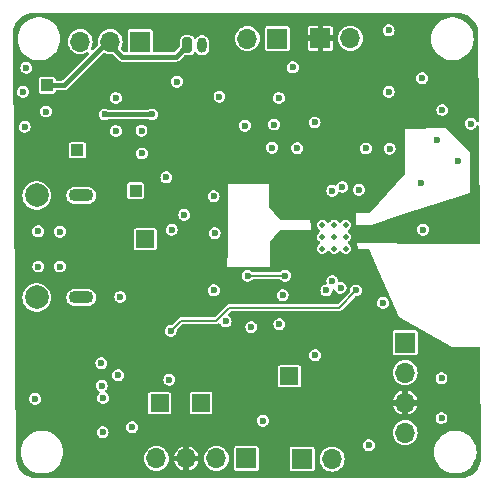
<source format=gbr>
%TF.GenerationSoftware,KiCad,Pcbnew,8.0.3*%
%TF.CreationDate,2025-04-01T13:45:41-05:00*%
%TF.ProjectId,wearable_v2_nrf,77656172-6162-46c6-955f-76325f6e7266,rev?*%
%TF.SameCoordinates,Original*%
%TF.FileFunction,Copper,L3,Inr*%
%TF.FilePolarity,Positive*%
%FSLAX46Y46*%
G04 Gerber Fmt 4.6, Leading zero omitted, Abs format (unit mm)*
G04 Created by KiCad (PCBNEW 8.0.3) date 2025-04-01 13:45:41*
%MOMM*%
%LPD*%
G01*
G04 APERTURE LIST*
G04 Aperture macros list*
%AMRoundRect*
0 Rectangle with rounded corners*
0 $1 Rounding radius*
0 $2 $3 $4 $5 $6 $7 $8 $9 X,Y pos of 4 corners*
0 Add a 4 corners polygon primitive as box body*
4,1,4,$2,$3,$4,$5,$6,$7,$8,$9,$2,$3,0*
0 Add four circle primitives for the rounded corners*
1,1,$1+$1,$2,$3*
1,1,$1+$1,$4,$5*
1,1,$1+$1,$6,$7*
1,1,$1+$1,$8,$9*
0 Add four rect primitives between the rounded corners*
20,1,$1+$1,$2,$3,$4,$5,0*
20,1,$1+$1,$4,$5,$6,$7,0*
20,1,$1+$1,$6,$7,$8,$9,0*
20,1,$1+$1,$8,$9,$2,$3,0*%
G04 Aperture macros list end*
%TA.AperFunction,ComponentPad*%
%ADD10R,1.700000X1.700000*%
%TD*%
%TA.AperFunction,ComponentPad*%
%ADD11O,1.700000X1.700000*%
%TD*%
%TA.AperFunction,ComponentPad*%
%ADD12R,1.500000X1.500000*%
%TD*%
%TA.AperFunction,ComponentPad*%
%ADD13RoundRect,0.200000X-0.200000X-0.450000X0.200000X-0.450000X0.200000X0.450000X-0.200000X0.450000X0*%
%TD*%
%TA.AperFunction,ComponentPad*%
%ADD14O,0.800000X1.300000*%
%TD*%
%TA.AperFunction,HeatsinkPad*%
%ADD15C,0.500000*%
%TD*%
%TA.AperFunction,ComponentPad*%
%ADD16C,2.010000*%
%TD*%
%TA.AperFunction,ComponentPad*%
%ADD17O,2.100000X1.100000*%
%TD*%
%TA.AperFunction,ComponentPad*%
%ADD18R,1.000000X1.000000*%
%TD*%
%TA.AperFunction,ViaPad*%
%ADD19C,0.600000*%
%TD*%
%TA.AperFunction,Conductor*%
%ADD20C,0.400000*%
%TD*%
%TA.AperFunction,Conductor*%
%ADD21C,0.200000*%
%TD*%
G04 APERTURE END LIST*
D10*
%TO.N,Net-(Q1-D)*%
%TO.C,SW2*%
X93115000Y-51050000D03*
D11*
%TO.N,/VBAT+*%
X90575000Y-51050000D03*
%TO.N,unconnected-(SW2-C-Pad3)*%
X88035000Y-51050000D03*
%TD*%
D10*
%TO.N,/USART1_TX*%
%TO.C,J3*%
X102100000Y-86350000D03*
D11*
%TO.N,/USART1_RX*%
X99560000Y-86350000D03*
%TO.N,+3.3V*%
X97020000Y-86350000D03*
%TO.N,GND*%
X94480000Y-86350000D03*
%TD*%
D12*
%TO.N,/I2C1_SCL*%
%TO.C,TP5*%
X94750000Y-81675000D03*
%TD*%
%TO.N,/I2C1_SDA*%
%TO.C,TP4*%
X98275000Y-81650000D03*
%TD*%
D11*
%TO.N,/ADC1_N*%
%TO.C,R5*%
X102185000Y-50800000D03*
D10*
%TO.N,/ADC1_P*%
X104725000Y-50800000D03*
%TD*%
%TO.N,+3.3V*%
%TO.C,J4*%
X108375000Y-50775000D03*
D11*
%TO.N,GND*%
X110915000Y-50775000D03*
%TD*%
D13*
%TO.N,/VBAT+*%
%TO.C,BT1*%
X97100000Y-51375000D03*
D14*
%TO.N,GND*%
X98350000Y-51375000D03*
%TD*%
D10*
%TO.N,VCC*%
%TO.C,M1*%
X106825000Y-86400000D03*
D11*
%TO.N,Net-(D4-A)*%
X109365000Y-86400000D03*
%TD*%
D10*
%TO.N,/SWDIO*%
%TO.C,J1*%
X115550000Y-76545000D03*
D11*
%TO.N,/SWCLK*%
X115550000Y-79085000D03*
%TO.N,+3.3V*%
X115550000Y-81625000D03*
%TO.N,GND*%
X115550000Y-84165000D03*
%TD*%
D12*
%TO.N,/INT1*%
%TO.C,TP6*%
X93550000Y-67775000D03*
%TD*%
D15*
%TO.N,GND*%
%TO.C,U1*%
X108525000Y-66575000D03*
X108525000Y-67575000D03*
X108525000Y-68575000D03*
X109525000Y-66575000D03*
X109525000Y-67575000D03*
X109525000Y-68575000D03*
X110525000Y-66575000D03*
X110525000Y-67575000D03*
X110525000Y-68575000D03*
%TD*%
D16*
%TO.N,unconnected-(J2-PadMH1)*%
%TO.C,J2*%
X84347500Y-64080000D03*
%TO.N,unconnected-(J2-PadMH2)*%
X84347500Y-72720000D03*
D17*
%TO.N,unconnected-(J2-PadMH3)*%
X88118500Y-64082000D03*
%TO.N,unconnected-(J2-PadMH4)*%
X88118500Y-72718000D03*
%TD*%
D18*
%TO.N,/VBAT+*%
%TO.C,TP2*%
X85250000Y-54750000D03*
%TD*%
%TO.N,/VBUS*%
%TO.C,TP1*%
X87800000Y-60250000D03*
%TD*%
D12*
%TO.N,/HAPTIC*%
%TO.C,TP7*%
X105750000Y-79375000D03*
%TD*%
D18*
%TO.N,VCC*%
%TO.C,TP3*%
X92725000Y-63675000D03*
%TD*%
D19*
%TO.N,GND*%
X96225000Y-54450000D03*
%TO.N,/STAT*%
X104850000Y-55825000D03*
%TO.N,/VBUS*%
X94100000Y-57225000D03*
X90125000Y-57225000D03*
%TO.N,+3.3V*%
X119525000Y-54575000D03*
X115950000Y-56350000D03*
%TO.N,GND*%
X116975000Y-54150000D03*
X104450000Y-58075000D03*
%TO.N,+3.3V*%
X99350000Y-69075000D03*
X97550000Y-79175000D03*
%TO.N,/NRST*%
X95700000Y-75550000D03*
%TO.N,GND*%
X95775000Y-67000000D03*
X112225000Y-60100000D03*
X106400000Y-60075000D03*
X89925000Y-84125000D03*
X112475000Y-85225000D03*
X92425000Y-83700000D03*
X103500000Y-83150000D03*
X85137500Y-56975000D03*
X83475000Y-53275000D03*
X99825000Y-55712500D03*
X84475000Y-67125000D03*
X117075000Y-66975000D03*
X118206500Y-59419500D03*
X89975000Y-81225000D03*
X118625000Y-79550000D03*
X114225000Y-60125000D03*
X91425000Y-72675000D03*
X93250000Y-60525000D03*
X106043872Y-53231128D03*
X113675000Y-73175000D03*
X83325000Y-58275000D03*
X95575000Y-79675000D03*
X83200000Y-55300000D03*
X101975000Y-58175000D03*
X119981500Y-61194500D03*
X114150000Y-50100000D03*
X89850000Y-80175000D03*
X107925000Y-77600000D03*
X91250000Y-79300000D03*
X105175000Y-72525000D03*
X99325000Y-64150000D03*
X107875000Y-57900000D03*
X84225000Y-81300000D03*
X84500000Y-70100000D03*
X95325000Y-62550000D03*
X99425000Y-67275000D03*
X104275000Y-60037500D03*
X118625000Y-82925000D03*
X116893500Y-63057500D03*
X104900000Y-74975000D03*
X118700000Y-56850000D03*
X121100000Y-58000000D03*
%TO.N,VCC*%
X96850000Y-65725000D03*
X93225000Y-58600000D03*
X91060000Y-55825000D03*
X100350000Y-74750000D03*
%TO.N,/NRST*%
X89825000Y-78275000D03*
X111375000Y-72125000D03*
%TO.N,+3.3V*%
X91950000Y-85700000D03*
X100950000Y-53000000D03*
X93400000Y-75600000D03*
X89800000Y-86500000D03*
X95300000Y-84225000D03*
X102175000Y-59475000D03*
X119675000Y-79325000D03*
X107300000Y-53475000D03*
X100275000Y-77875000D03*
X101550000Y-54800000D03*
X119879507Y-81477661D03*
X116440695Y-86922447D03*
X106175000Y-57850000D03*
X83500000Y-59525000D03*
X91825000Y-49150000D03*
X87575000Y-86000000D03*
X113850000Y-86775000D03*
X94725000Y-78300000D03*
X89650000Y-75150000D03*
X91850000Y-74375000D03*
X104125000Y-76800000D03*
X104150000Y-75475000D03*
X93150000Y-54275000D03*
X103950000Y-53575000D03*
X109612500Y-54000000D03*
X88400000Y-49150000D03*
X101250000Y-78950000D03*
X91475000Y-65475000D03*
X102050000Y-53000000D03*
%TO.N,Net-(J2-CC2)*%
X86312500Y-70100000D03*
%TO.N,Net-(J2-CC1)*%
X86312500Y-67150000D03*
%TO.N,/USART1_RX*%
X108875000Y-72125000D03*
%TO.N,/USART1_TX*%
X109375000Y-71327761D03*
%TO.N,/ADC1_P*%
X110236765Y-63361765D03*
%TO.N,/LED0*%
X114150000Y-55300000D03*
X111625000Y-63600000D03*
%TO.N,/I2C1_SDA*%
X99347551Y-72112500D03*
%TO.N,/I2C1_SCL*%
X102525000Y-75225000D03*
%TO.N,/INT1*%
X102200000Y-70875000D03*
X105375000Y-70875000D03*
%TO.N,/ADC1_N*%
X109375000Y-63675000D03*
%TO.N,/VBUS*%
X91050000Y-58625000D03*
%TO.N,/STAT*%
X110075000Y-71900000D03*
%TD*%
D20*
%TO.N,/VBAT+*%
X96125000Y-52350000D02*
X97100000Y-51375000D01*
X91585000Y-52350000D02*
X96125000Y-52350000D01*
X90335000Y-51100000D02*
X91585000Y-52350000D01*
X86685000Y-54750000D02*
X90335000Y-51100000D01*
X85250000Y-54750000D02*
X86685000Y-54750000D01*
%TO.N,/VBUS*%
X94100000Y-57225000D02*
X90125000Y-57225000D01*
D21*
%TO.N,/NRST*%
X96579723Y-74670277D02*
X95700000Y-75550000D01*
X100649257Y-73575000D02*
X109925000Y-73575000D01*
X99553980Y-74670277D02*
X96579723Y-74670277D01*
X100649257Y-73575000D02*
X99553980Y-74670277D01*
X109925000Y-73575000D02*
X111375000Y-72125000D01*
%TO.N,/INT1*%
X102200000Y-70875000D02*
X105375000Y-70875000D01*
%TD*%
%TA.AperFunction,Conductor*%
%TO.N,+3.3V*%
G36*
X120043629Y-48615029D02*
G01*
X120272231Y-48631381D01*
X120289737Y-48633898D01*
X120506726Y-48681103D01*
X120509347Y-48681673D01*
X120526322Y-48686658D01*
X120736889Y-48765197D01*
X120752979Y-48772544D01*
X120950239Y-48880258D01*
X120965121Y-48889822D01*
X120969173Y-48892856D01*
X121145035Y-49024506D01*
X121158406Y-49036092D01*
X121317325Y-49195013D01*
X121328911Y-49208385D01*
X121463588Y-49388297D01*
X121473152Y-49403180D01*
X121580861Y-49600436D01*
X121588211Y-49616530D01*
X121666749Y-49827105D01*
X121671733Y-49844080D01*
X121719503Y-50063682D01*
X121722021Y-50081193D01*
X121738397Y-50310172D01*
X121738713Y-50319018D01*
X121738713Y-50368337D01*
X121739116Y-50373254D01*
X121790244Y-57735733D01*
X121771025Y-57802907D01*
X121718540Y-57849028D01*
X121649453Y-57859451D01*
X121585697Y-57830869D01*
X121553455Y-57788109D01*
X121525377Y-57726627D01*
X121431128Y-57617857D01*
X121310053Y-57540047D01*
X121310051Y-57540046D01*
X121310049Y-57540045D01*
X121310050Y-57540045D01*
X121171963Y-57499500D01*
X121171961Y-57499500D01*
X121028039Y-57499500D01*
X121028036Y-57499500D01*
X120889949Y-57540045D01*
X120768873Y-57617856D01*
X120674623Y-57726626D01*
X120674622Y-57726628D01*
X120614834Y-57857543D01*
X120594353Y-58000000D01*
X120614834Y-58142456D01*
X120666074Y-58254653D01*
X120674623Y-58273373D01*
X120768872Y-58382143D01*
X120889947Y-58459953D01*
X120889950Y-58459954D01*
X120889949Y-58459954D01*
X121028036Y-58500499D01*
X121028038Y-58500500D01*
X121028039Y-58500500D01*
X121171962Y-58500500D01*
X121171962Y-58500499D01*
X121310053Y-58459953D01*
X121431128Y-58382143D01*
X121525377Y-58273373D01*
X121557059Y-58203999D01*
X121602811Y-58151199D01*
X121669850Y-58131514D01*
X121736890Y-58151198D01*
X121782645Y-58204002D01*
X121793848Y-58254653D01*
X121862039Y-68074129D01*
X121842820Y-68141303D01*
X121790335Y-68187424D01*
X121737719Y-68198990D01*
X118167335Y-68189692D01*
X118165525Y-68189674D01*
X111588524Y-68076522D01*
X111500000Y-68075000D01*
X111499999Y-68075000D01*
X111524999Y-68575000D01*
X111525000Y-68575000D01*
X112394202Y-68575000D01*
X112461241Y-68594685D01*
X112506996Y-68647489D01*
X112507636Y-68648912D01*
X113369874Y-70601626D01*
X115025000Y-74350000D01*
X119500000Y-76950000D01*
X121799254Y-76928905D01*
X121866469Y-76947974D01*
X121912706Y-77000356D01*
X121924386Y-77052039D01*
X121988673Y-86309443D01*
X121988360Y-86319151D01*
X121972046Y-86547230D01*
X121969528Y-86564742D01*
X121921755Y-86784347D01*
X121916771Y-86801322D01*
X121838228Y-87011902D01*
X121830878Y-87027996D01*
X121723169Y-87225247D01*
X121713604Y-87240129D01*
X121578920Y-87420046D01*
X121567334Y-87433417D01*
X121408417Y-87592334D01*
X121395046Y-87603920D01*
X121215129Y-87738604D01*
X121200247Y-87748169D01*
X121002996Y-87855878D01*
X120986902Y-87863228D01*
X120776322Y-87941771D01*
X120759347Y-87946755D01*
X120539742Y-87994528D01*
X120522230Y-87997046D01*
X120293630Y-88013398D01*
X120284783Y-88013714D01*
X84346806Y-88013714D01*
X84346794Y-88013713D01*
X84293637Y-88013713D01*
X84284792Y-88013397D01*
X84056190Y-87997049D01*
X84038678Y-87994531D01*
X83819072Y-87946760D01*
X83802096Y-87941776D01*
X83591517Y-87863236D01*
X83575424Y-87855887D01*
X83378168Y-87748179D01*
X83363284Y-87738614D01*
X83183363Y-87603929D01*
X83169992Y-87592343D01*
X83011067Y-87433420D01*
X82999488Y-87420057D01*
X82864791Y-87240127D01*
X82855238Y-87225261D01*
X82747519Y-87027991D01*
X82740173Y-87011905D01*
X82661629Y-86801322D01*
X82656647Y-86784357D01*
X82650033Y-86753956D01*
X82608870Y-86564742D01*
X82606353Y-86547231D01*
X82599639Y-86453372D01*
X82590030Y-86319027D01*
X82589714Y-86310180D01*
X82589714Y-86260064D01*
X82589310Y-86255154D01*
X82588886Y-86194066D01*
X82586248Y-85814209D01*
X82983665Y-85814209D01*
X82983665Y-85814218D01*
X83003830Y-86083315D01*
X83063878Y-86346402D01*
X83063880Y-86346409D01*
X83162470Y-86597610D01*
X83162472Y-86597614D01*
X83167276Y-86605934D01*
X83297399Y-86831316D01*
X83406341Y-86967924D01*
X83465656Y-87042303D01*
X83577858Y-87146410D01*
X83663473Y-87225849D01*
X83886440Y-87377865D01*
X84129573Y-87494952D01*
X84387442Y-87574494D01*
X84387443Y-87574494D01*
X84387446Y-87574495D01*
X84654277Y-87614713D01*
X84654282Y-87614713D01*
X84654285Y-87614714D01*
X84654286Y-87614714D01*
X84924142Y-87614714D01*
X84924143Y-87614714D01*
X84924150Y-87614713D01*
X85190981Y-87574495D01*
X85190982Y-87574494D01*
X85190986Y-87574494D01*
X85448855Y-87494952D01*
X85691989Y-87377865D01*
X85914955Y-87225849D01*
X86112775Y-87042299D01*
X86281029Y-86831316D01*
X86415957Y-86597612D01*
X86513139Y-86350000D01*
X93424417Y-86350000D01*
X93444699Y-86555932D01*
X93459867Y-86605934D01*
X93504768Y-86753954D01*
X93602315Y-86936450D01*
X93602317Y-86936452D01*
X93733589Y-87096410D01*
X93830209Y-87175702D01*
X93893550Y-87227685D01*
X94076046Y-87325232D01*
X94274066Y-87385300D01*
X94274065Y-87385300D01*
X94292529Y-87387118D01*
X94480000Y-87405583D01*
X94685934Y-87385300D01*
X94883954Y-87325232D01*
X95066450Y-87227685D01*
X95226410Y-87096410D01*
X95357685Y-86936450D01*
X95455232Y-86753954D01*
X95515300Y-86555934D01*
X95535583Y-86350000D01*
X95515300Y-86144066D01*
X95501933Y-86100000D01*
X95998590Y-86100000D01*
X96586988Y-86100000D01*
X96554075Y-86157007D01*
X96520000Y-86284174D01*
X96520000Y-86415826D01*
X96554075Y-86542993D01*
X96586988Y-86600000D01*
X95998590Y-86600000D01*
X96045233Y-86753766D01*
X96142728Y-86936166D01*
X96142732Y-86936173D01*
X96273944Y-87096055D01*
X96433826Y-87227267D01*
X96433833Y-87227271D01*
X96616233Y-87324766D01*
X96770000Y-87371410D01*
X96770000Y-86783012D01*
X96827007Y-86815925D01*
X96954174Y-86850000D01*
X97085826Y-86850000D01*
X97212993Y-86815925D01*
X97270000Y-86783012D01*
X97270000Y-87371410D01*
X97423766Y-87324766D01*
X97606166Y-87227271D01*
X97606173Y-87227267D01*
X97766055Y-87096055D01*
X97897267Y-86936173D01*
X97897271Y-86936166D01*
X97994766Y-86753766D01*
X98041410Y-86600000D01*
X97453012Y-86600000D01*
X97485925Y-86542993D01*
X97520000Y-86415826D01*
X97520000Y-86350000D01*
X98504417Y-86350000D01*
X98524699Y-86555932D01*
X98539867Y-86605934D01*
X98584768Y-86753954D01*
X98682315Y-86936450D01*
X98682317Y-86936452D01*
X98813589Y-87096410D01*
X98910209Y-87175702D01*
X98973550Y-87227685D01*
X99156046Y-87325232D01*
X99354066Y-87385300D01*
X99354065Y-87385300D01*
X99372529Y-87387118D01*
X99560000Y-87405583D01*
X99765934Y-87385300D01*
X99963954Y-87325232D01*
X100146450Y-87227685D01*
X100306410Y-87096410D01*
X100437685Y-86936450D01*
X100535232Y-86753954D01*
X100595300Y-86555934D01*
X100615583Y-86350000D01*
X100595300Y-86144066D01*
X100535232Y-85946046D01*
X100437685Y-85763550D01*
X100373183Y-85684954D01*
X100306410Y-85603589D01*
X100178202Y-85498373D01*
X100156115Y-85480247D01*
X101049500Y-85480247D01*
X101049500Y-87219752D01*
X101061131Y-87278229D01*
X101061132Y-87278230D01*
X101105447Y-87344552D01*
X101171769Y-87388867D01*
X101171770Y-87388868D01*
X101230247Y-87400499D01*
X101230250Y-87400500D01*
X101230252Y-87400500D01*
X102969750Y-87400500D01*
X102969751Y-87400499D01*
X102984568Y-87397552D01*
X103028229Y-87388868D01*
X103028229Y-87388867D01*
X103028231Y-87388867D01*
X103094552Y-87344552D01*
X103138867Y-87278231D01*
X103138867Y-87278229D01*
X103138868Y-87278229D01*
X103148922Y-87227682D01*
X103150500Y-87219748D01*
X103150500Y-85530247D01*
X105774500Y-85530247D01*
X105774500Y-87269752D01*
X105786131Y-87328229D01*
X105786132Y-87328230D01*
X105830447Y-87394552D01*
X105896769Y-87438867D01*
X105896770Y-87438868D01*
X105955247Y-87450499D01*
X105955250Y-87450500D01*
X105955252Y-87450500D01*
X107694750Y-87450500D01*
X107694751Y-87450499D01*
X107709568Y-87447552D01*
X107753229Y-87438868D01*
X107753229Y-87438867D01*
X107753231Y-87438867D01*
X107819552Y-87394552D01*
X107863867Y-87328231D01*
X107863867Y-87328229D01*
X107863868Y-87328229D01*
X107875499Y-87269752D01*
X107875500Y-87269750D01*
X107875500Y-86400000D01*
X108309417Y-86400000D01*
X108329699Y-86605932D01*
X108359734Y-86704944D01*
X108389768Y-86803954D01*
X108487315Y-86986450D01*
X108508202Y-87011901D01*
X108618589Y-87146410D01*
X108707953Y-87219748D01*
X108778550Y-87277685D01*
X108961046Y-87375232D01*
X109159066Y-87435300D01*
X109159065Y-87435300D01*
X109177529Y-87437118D01*
X109365000Y-87455583D01*
X109570934Y-87435300D01*
X109768954Y-87375232D01*
X109951450Y-87277685D01*
X110111410Y-87146410D01*
X110242685Y-86986450D01*
X110340232Y-86803954D01*
X110400300Y-86605934D01*
X110420583Y-86400000D01*
X110400300Y-86194066D01*
X110340232Y-85996046D01*
X110243037Y-85814209D01*
X117983665Y-85814209D01*
X117983665Y-85814218D01*
X118003830Y-86083315D01*
X118063878Y-86346402D01*
X118063880Y-86346409D01*
X118162470Y-86597610D01*
X118162472Y-86597614D01*
X118167276Y-86605934D01*
X118297399Y-86831316D01*
X118406341Y-86967924D01*
X118465656Y-87042303D01*
X118577858Y-87146410D01*
X118663473Y-87225849D01*
X118886440Y-87377865D01*
X119129573Y-87494952D01*
X119387442Y-87574494D01*
X119387443Y-87574494D01*
X119387446Y-87574495D01*
X119654277Y-87614713D01*
X119654282Y-87614713D01*
X119654285Y-87614714D01*
X119654286Y-87614714D01*
X119924142Y-87614714D01*
X119924143Y-87614714D01*
X119924150Y-87614713D01*
X120190981Y-87574495D01*
X120190982Y-87574494D01*
X120190986Y-87574494D01*
X120448855Y-87494952D01*
X120691989Y-87377865D01*
X120914955Y-87225849D01*
X121112775Y-87042299D01*
X121281029Y-86831316D01*
X121415957Y-86597612D01*
X121514548Y-86346409D01*
X121574597Y-86083317D01*
X121589528Y-85884075D01*
X121594763Y-85814218D01*
X121594763Y-85814209D01*
X121574597Y-85545112D01*
X121574597Y-85545111D01*
X121514548Y-85282019D01*
X121415957Y-85030816D01*
X121281029Y-84797112D01*
X121112775Y-84586129D01*
X121112774Y-84586128D01*
X121112771Y-84586124D01*
X120914955Y-84402579D01*
X120868537Y-84370932D01*
X120691989Y-84250563D01*
X120691983Y-84250560D01*
X120691982Y-84250559D01*
X120691981Y-84250558D01*
X120448857Y-84133477D01*
X120448859Y-84133477D01*
X120190987Y-84053934D01*
X120190981Y-84053932D01*
X119924150Y-84013714D01*
X119924143Y-84013714D01*
X119654285Y-84013714D01*
X119654277Y-84013714D01*
X119387446Y-84053932D01*
X119387440Y-84053934D01*
X119129572Y-84133476D01*
X118886444Y-84250560D01*
X118663472Y-84402579D01*
X118465656Y-84586124D01*
X118297399Y-84797112D01*
X118162472Y-85030813D01*
X118162470Y-85030817D01*
X118063880Y-85282018D01*
X118063878Y-85282025D01*
X118003830Y-85545112D01*
X117983665Y-85814209D01*
X110243037Y-85814209D01*
X110242685Y-85813550D01*
X110137149Y-85684953D01*
X110111410Y-85653589D01*
X109961121Y-85530252D01*
X109951450Y-85522315D01*
X109768954Y-85424768D01*
X109570934Y-85364700D01*
X109570932Y-85364699D01*
X109570934Y-85364699D01*
X109365000Y-85344417D01*
X109159067Y-85364699D01*
X109024736Y-85405448D01*
X108970933Y-85421769D01*
X108961043Y-85424769D01*
X108872089Y-85472317D01*
X108778550Y-85522315D01*
X108778548Y-85522316D01*
X108778547Y-85522317D01*
X108618589Y-85653589D01*
X108487317Y-85813547D01*
X108389769Y-85996043D01*
X108329699Y-86194067D01*
X108309417Y-86400000D01*
X107875500Y-86400000D01*
X107875500Y-85530249D01*
X107875499Y-85530247D01*
X107863868Y-85471770D01*
X107863867Y-85471769D01*
X107819552Y-85405447D01*
X107753230Y-85361132D01*
X107753229Y-85361131D01*
X107694752Y-85349500D01*
X107694748Y-85349500D01*
X105955252Y-85349500D01*
X105955247Y-85349500D01*
X105896770Y-85361131D01*
X105896769Y-85361132D01*
X105830447Y-85405447D01*
X105786132Y-85471769D01*
X105786131Y-85471770D01*
X105774500Y-85530247D01*
X103150500Y-85530247D01*
X103150500Y-85480252D01*
X103150500Y-85480249D01*
X103150499Y-85480247D01*
X103138868Y-85421770D01*
X103138867Y-85421769D01*
X103094552Y-85355447D01*
X103028230Y-85311132D01*
X103028229Y-85311131D01*
X102969752Y-85299500D01*
X102969748Y-85299500D01*
X101230252Y-85299500D01*
X101230247Y-85299500D01*
X101171770Y-85311131D01*
X101171769Y-85311132D01*
X101105447Y-85355447D01*
X101061132Y-85421769D01*
X101061131Y-85421770D01*
X101049500Y-85480247D01*
X100156115Y-85480247D01*
X100146450Y-85472315D01*
X99963954Y-85374768D01*
X99765934Y-85314700D01*
X99765932Y-85314699D01*
X99765934Y-85314699D01*
X99560000Y-85294417D01*
X99354067Y-85314699D01*
X99156043Y-85374769D01*
X99045898Y-85433643D01*
X98973550Y-85472315D01*
X98973548Y-85472316D01*
X98973547Y-85472317D01*
X98813589Y-85603589D01*
X98682317Y-85763547D01*
X98682315Y-85763550D01*
X98682164Y-85763833D01*
X98584769Y-85946043D01*
X98524699Y-86144067D01*
X98504417Y-86350000D01*
X97520000Y-86350000D01*
X97520000Y-86284174D01*
X97485925Y-86157007D01*
X97453012Y-86100000D01*
X98041410Y-86100000D01*
X97994766Y-85946233D01*
X97897271Y-85763833D01*
X97897267Y-85763826D01*
X97766055Y-85603944D01*
X97606173Y-85472732D01*
X97606166Y-85472728D01*
X97423763Y-85375232D01*
X97270000Y-85328587D01*
X97270000Y-85916988D01*
X97212993Y-85884075D01*
X97085826Y-85850000D01*
X96954174Y-85850000D01*
X96827007Y-85884075D01*
X96770000Y-85916988D01*
X96770000Y-85328587D01*
X96616236Y-85375232D01*
X96433833Y-85472728D01*
X96433826Y-85472732D01*
X96273944Y-85603944D01*
X96142732Y-85763826D01*
X96142728Y-85763833D01*
X96045233Y-85946233D01*
X95998590Y-86100000D01*
X95501933Y-86100000D01*
X95455232Y-85946046D01*
X95357685Y-85763550D01*
X95293183Y-85684954D01*
X95226410Y-85603589D01*
X95098202Y-85498373D01*
X95066450Y-85472315D01*
X94883954Y-85374768D01*
X94685934Y-85314700D01*
X94685932Y-85314699D01*
X94685934Y-85314699D01*
X94480000Y-85294417D01*
X94274067Y-85314699D01*
X94076043Y-85374769D01*
X93965898Y-85433643D01*
X93893550Y-85472315D01*
X93893548Y-85472316D01*
X93893547Y-85472317D01*
X93733589Y-85603589D01*
X93602317Y-85763547D01*
X93602315Y-85763550D01*
X93602164Y-85763833D01*
X93504769Y-85946043D01*
X93444699Y-86144067D01*
X93424417Y-86350000D01*
X86513139Y-86350000D01*
X86514548Y-86346409D01*
X86574597Y-86083317D01*
X86589528Y-85884075D01*
X86594763Y-85814218D01*
X86594763Y-85814209D01*
X86574597Y-85545112D01*
X86574597Y-85545111D01*
X86514548Y-85282019D01*
X86492169Y-85225000D01*
X111969353Y-85225000D01*
X111989834Y-85367456D01*
X112037723Y-85472317D01*
X112049623Y-85498373D01*
X112143872Y-85607143D01*
X112264947Y-85684953D01*
X112264950Y-85684954D01*
X112264949Y-85684954D01*
X112403036Y-85725499D01*
X112403038Y-85725500D01*
X112403039Y-85725500D01*
X112546962Y-85725500D01*
X112546962Y-85725499D01*
X112685053Y-85684953D01*
X112806128Y-85607143D01*
X112900377Y-85498373D01*
X112960165Y-85367457D01*
X112980647Y-85225000D01*
X112960165Y-85082543D01*
X112900377Y-84951627D01*
X112806128Y-84842857D01*
X112685053Y-84765047D01*
X112685051Y-84765046D01*
X112685049Y-84765045D01*
X112685050Y-84765045D01*
X112546963Y-84724500D01*
X112546961Y-84724500D01*
X112403039Y-84724500D01*
X112403036Y-84724500D01*
X112264949Y-84765045D01*
X112143873Y-84842856D01*
X112049623Y-84951626D01*
X112049622Y-84951628D01*
X111989834Y-85082543D01*
X111969353Y-85225000D01*
X86492169Y-85225000D01*
X86415957Y-85030816D01*
X86281029Y-84797112D01*
X86112775Y-84586129D01*
X86112774Y-84586128D01*
X86112771Y-84586124D01*
X85914955Y-84402579D01*
X85868537Y-84370932D01*
X85691989Y-84250563D01*
X85691983Y-84250560D01*
X85691982Y-84250559D01*
X85691981Y-84250558D01*
X85448857Y-84133477D01*
X85448859Y-84133477D01*
X85421377Y-84125000D01*
X89419353Y-84125000D01*
X89439834Y-84267456D01*
X89487091Y-84370932D01*
X89499623Y-84398373D01*
X89593872Y-84507143D01*
X89714947Y-84584953D01*
X89714950Y-84584954D01*
X89714949Y-84584954D01*
X89853036Y-84625499D01*
X89853038Y-84625500D01*
X89853039Y-84625500D01*
X89996962Y-84625500D01*
X89996962Y-84625499D01*
X90135053Y-84584953D01*
X90256128Y-84507143D01*
X90350377Y-84398373D01*
X90410165Y-84267457D01*
X90430647Y-84125000D01*
X90410165Y-83982543D01*
X90350377Y-83851627D01*
X90256128Y-83742857D01*
X90189441Y-83700000D01*
X91919353Y-83700000D01*
X91939834Y-83842456D01*
X91999622Y-83973371D01*
X91999623Y-83973373D01*
X92093872Y-84082143D01*
X92214947Y-84159953D01*
X92214950Y-84159954D01*
X92214949Y-84159954D01*
X92353036Y-84200499D01*
X92353038Y-84200500D01*
X92353039Y-84200500D01*
X92496962Y-84200500D01*
X92496962Y-84200499D01*
X92617864Y-84165000D01*
X114494417Y-84165000D01*
X114514699Y-84370932D01*
X114514700Y-84370934D01*
X114574768Y-84568954D01*
X114672315Y-84751450D01*
X114672317Y-84751452D01*
X114803589Y-84911410D01*
X114852596Y-84951628D01*
X114963550Y-85042685D01*
X115146046Y-85140232D01*
X115344066Y-85200300D01*
X115344065Y-85200300D01*
X115362529Y-85202118D01*
X115550000Y-85220583D01*
X115755934Y-85200300D01*
X115953954Y-85140232D01*
X116136450Y-85042685D01*
X116296410Y-84911410D01*
X116427685Y-84751450D01*
X116525232Y-84568954D01*
X116585300Y-84370934D01*
X116605583Y-84165000D01*
X116585300Y-83959066D01*
X116525232Y-83761046D01*
X116427685Y-83578550D01*
X116303007Y-83426628D01*
X116296410Y-83418589D01*
X116173666Y-83317857D01*
X116136450Y-83287315D01*
X115953954Y-83189768D01*
X115755934Y-83129700D01*
X115755932Y-83129699D01*
X115755934Y-83129699D01*
X115550000Y-83109417D01*
X115344067Y-83129699D01*
X115146043Y-83189769D01*
X115051985Y-83240045D01*
X114963550Y-83287315D01*
X114963548Y-83287316D01*
X114963547Y-83287317D01*
X114803589Y-83418589D01*
X114672317Y-83578547D01*
X114574769Y-83761043D01*
X114514699Y-83959067D01*
X114494417Y-84165000D01*
X92617864Y-84165000D01*
X92635053Y-84159953D01*
X92756128Y-84082143D01*
X92850377Y-83973373D01*
X92910165Y-83842457D01*
X92930647Y-83700000D01*
X92910165Y-83557543D01*
X92850377Y-83426627D01*
X92756128Y-83317857D01*
X92635053Y-83240047D01*
X92635051Y-83240046D01*
X92635049Y-83240045D01*
X92635050Y-83240045D01*
X92496963Y-83199500D01*
X92496961Y-83199500D01*
X92353039Y-83199500D01*
X92353036Y-83199500D01*
X92214949Y-83240045D01*
X92093873Y-83317856D01*
X91999623Y-83426626D01*
X91999622Y-83426628D01*
X91939834Y-83557543D01*
X91919353Y-83700000D01*
X90189441Y-83700000D01*
X90135053Y-83665047D01*
X90135051Y-83665046D01*
X90135049Y-83665045D01*
X90135050Y-83665045D01*
X89996963Y-83624500D01*
X89996961Y-83624500D01*
X89853039Y-83624500D01*
X89853036Y-83624500D01*
X89714949Y-83665045D01*
X89593873Y-83742856D01*
X89499623Y-83851626D01*
X89499622Y-83851628D01*
X89439834Y-83982543D01*
X89419353Y-84125000D01*
X85421377Y-84125000D01*
X85190987Y-84053934D01*
X85190981Y-84053932D01*
X84924150Y-84013714D01*
X84924143Y-84013714D01*
X84654285Y-84013714D01*
X84654277Y-84013714D01*
X84387446Y-84053932D01*
X84387440Y-84053934D01*
X84129572Y-84133476D01*
X83886444Y-84250560D01*
X83663472Y-84402579D01*
X83465656Y-84586124D01*
X83297399Y-84797112D01*
X83162472Y-85030813D01*
X83162470Y-85030817D01*
X83063880Y-85282018D01*
X83063878Y-85282025D01*
X83003830Y-85545112D01*
X82983665Y-85814209D01*
X82586248Y-85814209D01*
X82567746Y-83150000D01*
X102994353Y-83150000D01*
X103014834Y-83292456D01*
X103057077Y-83384953D01*
X103074623Y-83423373D01*
X103168872Y-83532143D01*
X103289947Y-83609953D01*
X103289950Y-83609954D01*
X103289949Y-83609954D01*
X103428036Y-83650499D01*
X103428038Y-83650500D01*
X103428039Y-83650500D01*
X103571962Y-83650500D01*
X103571962Y-83650499D01*
X103710053Y-83609953D01*
X103831128Y-83532143D01*
X103925377Y-83423373D01*
X103985165Y-83292457D01*
X104005647Y-83150000D01*
X103985165Y-83007543D01*
X103947468Y-82925000D01*
X118119353Y-82925000D01*
X118139834Y-83067456D01*
X118195693Y-83189768D01*
X118199623Y-83198373D01*
X118293872Y-83307143D01*
X118414947Y-83384953D01*
X118414950Y-83384954D01*
X118414949Y-83384954D01*
X118522107Y-83416417D01*
X118545788Y-83423371D01*
X118553036Y-83425499D01*
X118553038Y-83425500D01*
X118553039Y-83425500D01*
X118696962Y-83425500D01*
X118696962Y-83425499D01*
X118835053Y-83384953D01*
X118956128Y-83307143D01*
X119050377Y-83198373D01*
X119110165Y-83067457D01*
X119130647Y-82925000D01*
X119110165Y-82782543D01*
X119050377Y-82651627D01*
X118956128Y-82542857D01*
X118835053Y-82465047D01*
X118835051Y-82465046D01*
X118835049Y-82465045D01*
X118835050Y-82465045D01*
X118696963Y-82424500D01*
X118696961Y-82424500D01*
X118553039Y-82424500D01*
X118553036Y-82424500D01*
X118414949Y-82465045D01*
X118293873Y-82542856D01*
X118199623Y-82651626D01*
X118199622Y-82651628D01*
X118139834Y-82782543D01*
X118119353Y-82925000D01*
X103947468Y-82925000D01*
X103925377Y-82876627D01*
X103831128Y-82767857D01*
X103710053Y-82690047D01*
X103710051Y-82690046D01*
X103710049Y-82690045D01*
X103710050Y-82690045D01*
X103571963Y-82649500D01*
X103571961Y-82649500D01*
X103428039Y-82649500D01*
X103428036Y-82649500D01*
X103289949Y-82690045D01*
X103168873Y-82767856D01*
X103074623Y-82876626D01*
X103074622Y-82876628D01*
X103014834Y-83007543D01*
X102994353Y-83150000D01*
X82567746Y-83150000D01*
X82554899Y-81300000D01*
X83719353Y-81300000D01*
X83739834Y-81442456D01*
X83765370Y-81498371D01*
X83799623Y-81573373D01*
X83893872Y-81682143D01*
X84014947Y-81759953D01*
X84014950Y-81759954D01*
X84014949Y-81759954D01*
X84153036Y-81800499D01*
X84153038Y-81800500D01*
X84153039Y-81800500D01*
X84296962Y-81800500D01*
X84296962Y-81800499D01*
X84435053Y-81759953D01*
X84556128Y-81682143D01*
X84650377Y-81573373D01*
X84710165Y-81442457D01*
X84730647Y-81300000D01*
X84710165Y-81157543D01*
X84650377Y-81026627D01*
X84556128Y-80917857D01*
X84435053Y-80840047D01*
X84435051Y-80840046D01*
X84435049Y-80840045D01*
X84435050Y-80840045D01*
X84296963Y-80799500D01*
X84296961Y-80799500D01*
X84153039Y-80799500D01*
X84153036Y-80799500D01*
X84014949Y-80840045D01*
X83893873Y-80917856D01*
X83799623Y-81026626D01*
X83799622Y-81026628D01*
X83739834Y-81157543D01*
X83719353Y-81300000D01*
X82554899Y-81300000D01*
X82547086Y-80175000D01*
X89344353Y-80175000D01*
X89364834Y-80317456D01*
X89368508Y-80325500D01*
X89424623Y-80448373D01*
X89518872Y-80557143D01*
X89639947Y-80634953D01*
X89641343Y-80635850D01*
X89687098Y-80688654D01*
X89697042Y-80757813D01*
X89668017Y-80821369D01*
X89650297Y-80836724D01*
X89650577Y-80837047D01*
X89643874Y-80842855D01*
X89643872Y-80842856D01*
X89643872Y-80842857D01*
X89621672Y-80868476D01*
X89549623Y-80951626D01*
X89549622Y-80951628D01*
X89489834Y-81082543D01*
X89469353Y-81225000D01*
X89489834Y-81367456D01*
X89549622Y-81498371D01*
X89549623Y-81498373D01*
X89643872Y-81607143D01*
X89764947Y-81684953D01*
X89764950Y-81684954D01*
X89764949Y-81684954D01*
X89903036Y-81725499D01*
X89903038Y-81725500D01*
X89903039Y-81725500D01*
X90046962Y-81725500D01*
X90046962Y-81725499D01*
X90185053Y-81684953D01*
X90306128Y-81607143D01*
X90400377Y-81498373D01*
X90460165Y-81367457D01*
X90480647Y-81225000D01*
X90460165Y-81082543D01*
X90400377Y-80951627D01*
X90360189Y-80905247D01*
X93799500Y-80905247D01*
X93799500Y-82444752D01*
X93811131Y-82503229D01*
X93811132Y-82503230D01*
X93855447Y-82569552D01*
X93921769Y-82613867D01*
X93921770Y-82613868D01*
X93980247Y-82625499D01*
X93980250Y-82625500D01*
X93980252Y-82625500D01*
X95519750Y-82625500D01*
X95519751Y-82625499D01*
X95534568Y-82622552D01*
X95578229Y-82613868D01*
X95578229Y-82613867D01*
X95578231Y-82613867D01*
X95644552Y-82569552D01*
X95688867Y-82503231D01*
X95688867Y-82503229D01*
X95688868Y-82503229D01*
X95700499Y-82444752D01*
X95700500Y-82444750D01*
X95700500Y-80905249D01*
X95700499Y-80905247D01*
X95695527Y-80880247D01*
X97324500Y-80880247D01*
X97324500Y-82419752D01*
X97336131Y-82478229D01*
X97336132Y-82478230D01*
X97380447Y-82544552D01*
X97446769Y-82588867D01*
X97446770Y-82588868D01*
X97505247Y-82600499D01*
X97505250Y-82600500D01*
X97505252Y-82600500D01*
X99044750Y-82600500D01*
X99044751Y-82600499D01*
X99059568Y-82597552D01*
X99103229Y-82588868D01*
X99103229Y-82588867D01*
X99103231Y-82588867D01*
X99169552Y-82544552D01*
X99213867Y-82478231D01*
X99213867Y-82478229D01*
X99213868Y-82478229D01*
X99225499Y-82419752D01*
X99225500Y-82419750D01*
X99225500Y-81375000D01*
X114528590Y-81375000D01*
X115116988Y-81375000D01*
X115084075Y-81432007D01*
X115050000Y-81559174D01*
X115050000Y-81690826D01*
X115084075Y-81817993D01*
X115116988Y-81875000D01*
X114528590Y-81875000D01*
X114575233Y-82028766D01*
X114672728Y-82211166D01*
X114672732Y-82211173D01*
X114803944Y-82371055D01*
X114963826Y-82502267D01*
X114963833Y-82502271D01*
X115146233Y-82599766D01*
X115300000Y-82646410D01*
X115300000Y-82058012D01*
X115357007Y-82090925D01*
X115484174Y-82125000D01*
X115615826Y-82125000D01*
X115742993Y-82090925D01*
X115800000Y-82058012D01*
X115800000Y-82646410D01*
X115953766Y-82599766D01*
X116136166Y-82502271D01*
X116136173Y-82502267D01*
X116296055Y-82371055D01*
X116427267Y-82211173D01*
X116427271Y-82211166D01*
X116524766Y-82028766D01*
X116571410Y-81875000D01*
X115983012Y-81875000D01*
X116015925Y-81817993D01*
X116050000Y-81690826D01*
X116050000Y-81559174D01*
X116015925Y-81432007D01*
X115983012Y-81375000D01*
X116571410Y-81375000D01*
X116524766Y-81221233D01*
X116427271Y-81038833D01*
X116427267Y-81038826D01*
X116296055Y-80878944D01*
X116136173Y-80747732D01*
X116136166Y-80747728D01*
X115953763Y-80650232D01*
X115800000Y-80603587D01*
X115800000Y-81191988D01*
X115742993Y-81159075D01*
X115615826Y-81125000D01*
X115484174Y-81125000D01*
X115357007Y-81159075D01*
X115300000Y-81191988D01*
X115300000Y-80603587D01*
X115146236Y-80650232D01*
X114963833Y-80747728D01*
X114963826Y-80747732D01*
X114803944Y-80878944D01*
X114672732Y-81038826D01*
X114672728Y-81038833D01*
X114575233Y-81221233D01*
X114528590Y-81375000D01*
X99225500Y-81375000D01*
X99225500Y-80880249D01*
X99225499Y-80880247D01*
X99213868Y-80821770D01*
X99213867Y-80821769D01*
X99169552Y-80755447D01*
X99103230Y-80711132D01*
X99103229Y-80711131D01*
X99044752Y-80699500D01*
X99044748Y-80699500D01*
X97505252Y-80699500D01*
X97505247Y-80699500D01*
X97446770Y-80711131D01*
X97446769Y-80711132D01*
X97380447Y-80755447D01*
X97336132Y-80821769D01*
X97336131Y-80821770D01*
X97324500Y-80880247D01*
X95695527Y-80880247D01*
X95688868Y-80846770D01*
X95688867Y-80846769D01*
X95644552Y-80780447D01*
X95578230Y-80736132D01*
X95578229Y-80736131D01*
X95519752Y-80724500D01*
X95519748Y-80724500D01*
X93980252Y-80724500D01*
X93980247Y-80724500D01*
X93921770Y-80736131D01*
X93921769Y-80736132D01*
X93855447Y-80780447D01*
X93811132Y-80846769D01*
X93811131Y-80846770D01*
X93799500Y-80905247D01*
X90360189Y-80905247D01*
X90306128Y-80842857D01*
X90306125Y-80842855D01*
X90306126Y-80842855D01*
X90183655Y-80764148D01*
X90137901Y-80711344D01*
X90127957Y-80642186D01*
X90156982Y-80578630D01*
X90174703Y-80563277D01*
X90174423Y-80562953D01*
X90181120Y-80557147D01*
X90181128Y-80557143D01*
X90275377Y-80448373D01*
X90335165Y-80317457D01*
X90355647Y-80175000D01*
X90335165Y-80032543D01*
X90275377Y-79901627D01*
X90181128Y-79792857D01*
X90060053Y-79715047D01*
X90060051Y-79715046D01*
X90060049Y-79715045D01*
X90060050Y-79715045D01*
X89921963Y-79674500D01*
X89921961Y-79674500D01*
X89778039Y-79674500D01*
X89778036Y-79674500D01*
X89639949Y-79715045D01*
X89518873Y-79792856D01*
X89424623Y-79901626D01*
X89424622Y-79901628D01*
X89364834Y-80032543D01*
X89344353Y-80175000D01*
X82547086Y-80175000D01*
X82541010Y-79300000D01*
X90744353Y-79300000D01*
X90764834Y-79442456D01*
X90805976Y-79532543D01*
X90824623Y-79573373D01*
X90918872Y-79682143D01*
X91039947Y-79759953D01*
X91039950Y-79759954D01*
X91039949Y-79759954D01*
X91178036Y-79800499D01*
X91178038Y-79800500D01*
X91178039Y-79800500D01*
X91321962Y-79800500D01*
X91321962Y-79800499D01*
X91460053Y-79759953D01*
X91581128Y-79682143D01*
X91587317Y-79675000D01*
X95069353Y-79675000D01*
X95089834Y-79817456D01*
X95128275Y-79901628D01*
X95149623Y-79948373D01*
X95243872Y-80057143D01*
X95364947Y-80134953D01*
X95364950Y-80134954D01*
X95364949Y-80134954D01*
X95472107Y-80166417D01*
X95501336Y-80175000D01*
X95503036Y-80175499D01*
X95503038Y-80175500D01*
X95503039Y-80175500D01*
X95646962Y-80175500D01*
X95646962Y-80175499D01*
X95785053Y-80134953D01*
X95906128Y-80057143D01*
X96000377Y-79948373D01*
X96060165Y-79817457D01*
X96080647Y-79675000D01*
X96060165Y-79532543D01*
X96000377Y-79401627D01*
X95906128Y-79292857D01*
X95785053Y-79215047D01*
X95785051Y-79215046D01*
X95785049Y-79215045D01*
X95785050Y-79215045D01*
X95646963Y-79174500D01*
X95646961Y-79174500D01*
X95503039Y-79174500D01*
X95503036Y-79174500D01*
X95364949Y-79215045D01*
X95243873Y-79292856D01*
X95149623Y-79401626D01*
X95149622Y-79401628D01*
X95089834Y-79532543D01*
X95069353Y-79675000D01*
X91587317Y-79675000D01*
X91675377Y-79573373D01*
X91735165Y-79442457D01*
X91755647Y-79300000D01*
X91735165Y-79157543D01*
X91675377Y-79026627D01*
X91581128Y-78917857D01*
X91460053Y-78840047D01*
X91460051Y-78840046D01*
X91460049Y-78840045D01*
X91460050Y-78840045D01*
X91321963Y-78799500D01*
X91321961Y-78799500D01*
X91178039Y-78799500D01*
X91178036Y-78799500D01*
X91039949Y-78840045D01*
X90918873Y-78917856D01*
X90824623Y-79026626D01*
X90824622Y-79026628D01*
X90764834Y-79157543D01*
X90744353Y-79300000D01*
X82541010Y-79300000D01*
X82533892Y-78275000D01*
X89319353Y-78275000D01*
X89339834Y-78417456D01*
X89348364Y-78436133D01*
X89399623Y-78548373D01*
X89493872Y-78657143D01*
X89614947Y-78734953D01*
X89614950Y-78734954D01*
X89614949Y-78734954D01*
X89753036Y-78775499D01*
X89753038Y-78775500D01*
X89753039Y-78775500D01*
X89896962Y-78775500D01*
X89896962Y-78775499D01*
X90035053Y-78734953D01*
X90156128Y-78657143D01*
X90201096Y-78605247D01*
X104799500Y-78605247D01*
X104799500Y-80144752D01*
X104811131Y-80203229D01*
X104811132Y-80203230D01*
X104855447Y-80269552D01*
X104921769Y-80313867D01*
X104921770Y-80313868D01*
X104980247Y-80325499D01*
X104980250Y-80325500D01*
X104980252Y-80325500D01*
X106519750Y-80325500D01*
X106519751Y-80325499D01*
X106534568Y-80322552D01*
X106578229Y-80313868D01*
X106578229Y-80313867D01*
X106578231Y-80313867D01*
X106644552Y-80269552D01*
X106688867Y-80203231D01*
X106688867Y-80203229D01*
X106688868Y-80203229D01*
X106700499Y-80144752D01*
X106700500Y-80144750D01*
X106700500Y-79085000D01*
X114494417Y-79085000D01*
X114514699Y-79290932D01*
X114514700Y-79290934D01*
X114574768Y-79488954D01*
X114672315Y-79671450D01*
X114689554Y-79692456D01*
X114803589Y-79831410D01*
X114889149Y-79901626D01*
X114963550Y-79962685D01*
X115146046Y-80060232D01*
X115344066Y-80120300D01*
X115344065Y-80120300D01*
X115362529Y-80122118D01*
X115550000Y-80140583D01*
X115755934Y-80120300D01*
X115953954Y-80060232D01*
X116136450Y-79962685D01*
X116296410Y-79831410D01*
X116427685Y-79671450D01*
X116492602Y-79550000D01*
X118119353Y-79550000D01*
X118139834Y-79692456D01*
X118189177Y-79800499D01*
X118199623Y-79823373D01*
X118293872Y-79932143D01*
X118414947Y-80009953D01*
X118414950Y-80009954D01*
X118414949Y-80009954D01*
X118553036Y-80050499D01*
X118553038Y-80050500D01*
X118553039Y-80050500D01*
X118696962Y-80050500D01*
X118696962Y-80050499D01*
X118835053Y-80009953D01*
X118956128Y-79932143D01*
X119050377Y-79823373D01*
X119110165Y-79692457D01*
X119130647Y-79550000D01*
X119110165Y-79407543D01*
X119050377Y-79276627D01*
X118956128Y-79167857D01*
X118835053Y-79090047D01*
X118835051Y-79090046D01*
X118835049Y-79090045D01*
X118835050Y-79090045D01*
X118696963Y-79049500D01*
X118696961Y-79049500D01*
X118553039Y-79049500D01*
X118553036Y-79049500D01*
X118414949Y-79090045D01*
X118293873Y-79167856D01*
X118199623Y-79276626D01*
X118199622Y-79276628D01*
X118139834Y-79407543D01*
X118119353Y-79550000D01*
X116492602Y-79550000D01*
X116525232Y-79488954D01*
X116585300Y-79290934D01*
X116605583Y-79085000D01*
X116585300Y-78879066D01*
X116525232Y-78681046D01*
X116427685Y-78498550D01*
X116361133Y-78417456D01*
X116296410Y-78338589D01*
X116136452Y-78207317D01*
X116136453Y-78207317D01*
X116136450Y-78207315D01*
X115953954Y-78109768D01*
X115755934Y-78049700D01*
X115755932Y-78049699D01*
X115755934Y-78049699D01*
X115550000Y-78029417D01*
X115344067Y-78049699D01*
X115146043Y-78109769D01*
X115103437Y-78132543D01*
X114963550Y-78207315D01*
X114963548Y-78207316D01*
X114963547Y-78207317D01*
X114803589Y-78338589D01*
X114672317Y-78498547D01*
X114574769Y-78681043D01*
X114514699Y-78879067D01*
X114494417Y-79085000D01*
X106700500Y-79085000D01*
X106700500Y-78605249D01*
X106700499Y-78605247D01*
X106688868Y-78546770D01*
X106688867Y-78546769D01*
X106644552Y-78480447D01*
X106578230Y-78436132D01*
X106578229Y-78436131D01*
X106519752Y-78424500D01*
X106519748Y-78424500D01*
X104980252Y-78424500D01*
X104980247Y-78424500D01*
X104921770Y-78436131D01*
X104921769Y-78436132D01*
X104855447Y-78480447D01*
X104811132Y-78546769D01*
X104811131Y-78546770D01*
X104799500Y-78605247D01*
X90201096Y-78605247D01*
X90250377Y-78548373D01*
X90310165Y-78417457D01*
X90330647Y-78275000D01*
X90310165Y-78132543D01*
X90250377Y-78001627D01*
X90156128Y-77892857D01*
X90035053Y-77815047D01*
X90035051Y-77815046D01*
X90035049Y-77815045D01*
X90035050Y-77815045D01*
X89896963Y-77774500D01*
X89896961Y-77774500D01*
X89753039Y-77774500D01*
X89753036Y-77774500D01*
X89614949Y-77815045D01*
X89493873Y-77892856D01*
X89399623Y-78001626D01*
X89399622Y-78001628D01*
X89339834Y-78132543D01*
X89319353Y-78275000D01*
X82533892Y-78275000D01*
X82529205Y-77600000D01*
X107419353Y-77600000D01*
X107439834Y-77742456D01*
X107472985Y-77815045D01*
X107499623Y-77873373D01*
X107593872Y-77982143D01*
X107714947Y-78059953D01*
X107714950Y-78059954D01*
X107714949Y-78059954D01*
X107853036Y-78100499D01*
X107853038Y-78100500D01*
X107853039Y-78100500D01*
X107996962Y-78100500D01*
X107996962Y-78100499D01*
X108135053Y-78059953D01*
X108256128Y-77982143D01*
X108350377Y-77873373D01*
X108410165Y-77742457D01*
X108430647Y-77600000D01*
X108410165Y-77457543D01*
X108350377Y-77326627D01*
X108256128Y-77217857D01*
X108135053Y-77140047D01*
X108135051Y-77140046D01*
X108135049Y-77140045D01*
X108135050Y-77140045D01*
X107996963Y-77099500D01*
X107996961Y-77099500D01*
X107853039Y-77099500D01*
X107853036Y-77099500D01*
X107714949Y-77140045D01*
X107593873Y-77217856D01*
X107499623Y-77326626D01*
X107499622Y-77326628D01*
X107439834Y-77457543D01*
X107419353Y-77600000D01*
X82529205Y-77600000D01*
X82514969Y-75550000D01*
X95194353Y-75550000D01*
X95214834Y-75692456D01*
X95229925Y-75725499D01*
X95274623Y-75823373D01*
X95368872Y-75932143D01*
X95489947Y-76009953D01*
X95489950Y-76009954D01*
X95489949Y-76009954D01*
X95628036Y-76050499D01*
X95628038Y-76050500D01*
X95628039Y-76050500D01*
X95771962Y-76050500D01*
X95771962Y-76050499D01*
X95910053Y-76009953D01*
X96031128Y-75932143D01*
X96125377Y-75823373D01*
X96185165Y-75692457D01*
X96205647Y-75550000D01*
X96204339Y-75540905D01*
X96214279Y-75471749D01*
X96239392Y-75435577D01*
X96667875Y-75007096D01*
X96729198Y-74973611D01*
X96755556Y-74970777D01*
X99593540Y-74970777D01*
X99593542Y-74970777D01*
X99669969Y-74950298D01*
X99726951Y-74917399D01*
X99794848Y-74900927D01*
X99860875Y-74923779D01*
X99901743Y-74973274D01*
X99917189Y-75007096D01*
X99924623Y-75023373D01*
X100018872Y-75132143D01*
X100139947Y-75209953D01*
X100139950Y-75209954D01*
X100139949Y-75209954D01*
X100247107Y-75241417D01*
X100270788Y-75248371D01*
X100278036Y-75250499D01*
X100278038Y-75250500D01*
X100278039Y-75250500D01*
X100421962Y-75250500D01*
X100421962Y-75250499D01*
X100508806Y-75225000D01*
X102019353Y-75225000D01*
X102039834Y-75367456D01*
X102070660Y-75434954D01*
X102099623Y-75498373D01*
X102193872Y-75607143D01*
X102314947Y-75684953D01*
X102314950Y-75684954D01*
X102314949Y-75684954D01*
X102453036Y-75725499D01*
X102453038Y-75725500D01*
X102453039Y-75725500D01*
X102596962Y-75725500D01*
X102596962Y-75725499D01*
X102735053Y-75684953D01*
X102750156Y-75675247D01*
X114499500Y-75675247D01*
X114499500Y-77414752D01*
X114511131Y-77473229D01*
X114511132Y-77473230D01*
X114555447Y-77539552D01*
X114621769Y-77583867D01*
X114621770Y-77583868D01*
X114680247Y-77595499D01*
X114680250Y-77595500D01*
X114680252Y-77595500D01*
X116419750Y-77595500D01*
X116419751Y-77595499D01*
X116434568Y-77592552D01*
X116478229Y-77583868D01*
X116478229Y-77583867D01*
X116478231Y-77583867D01*
X116544552Y-77539552D01*
X116588867Y-77473231D01*
X116588867Y-77473229D01*
X116588868Y-77473229D01*
X116600499Y-77414752D01*
X116600500Y-77414750D01*
X116600500Y-75675249D01*
X116600499Y-75675247D01*
X116588868Y-75616770D01*
X116588867Y-75616769D01*
X116544552Y-75550447D01*
X116478230Y-75506132D01*
X116478229Y-75506131D01*
X116419752Y-75494500D01*
X116419748Y-75494500D01*
X114680252Y-75494500D01*
X114680247Y-75494500D01*
X114621770Y-75506131D01*
X114621769Y-75506132D01*
X114555447Y-75550447D01*
X114511132Y-75616769D01*
X114511131Y-75616770D01*
X114499500Y-75675247D01*
X102750156Y-75675247D01*
X102856128Y-75607143D01*
X102950377Y-75498373D01*
X103010165Y-75367457D01*
X103030647Y-75225000D01*
X103010165Y-75082543D01*
X102961051Y-74975000D01*
X104394353Y-74975000D01*
X104414834Y-75117456D01*
X104437852Y-75167857D01*
X104474623Y-75248373D01*
X104568872Y-75357143D01*
X104689947Y-75434953D01*
X104689950Y-75434954D01*
X104689949Y-75434954D01*
X104828036Y-75475499D01*
X104828038Y-75475500D01*
X104828039Y-75475500D01*
X104971962Y-75475500D01*
X104971962Y-75475499D01*
X105110053Y-75434953D01*
X105231128Y-75357143D01*
X105325377Y-75248373D01*
X105385165Y-75117457D01*
X105405647Y-74975000D01*
X105385165Y-74832543D01*
X105325377Y-74701627D01*
X105231128Y-74592857D01*
X105110053Y-74515047D01*
X105110051Y-74515046D01*
X105110049Y-74515045D01*
X105110050Y-74515045D01*
X104971963Y-74474500D01*
X104971961Y-74474500D01*
X104828039Y-74474500D01*
X104828036Y-74474500D01*
X104689949Y-74515045D01*
X104568873Y-74592856D01*
X104474623Y-74701626D01*
X104474622Y-74701628D01*
X104414834Y-74832543D01*
X104394353Y-74975000D01*
X102961051Y-74975000D01*
X102950377Y-74951627D01*
X102856128Y-74842857D01*
X102735053Y-74765047D01*
X102735051Y-74765046D01*
X102735049Y-74765045D01*
X102735050Y-74765045D01*
X102596963Y-74724500D01*
X102596961Y-74724500D01*
X102453039Y-74724500D01*
X102453036Y-74724500D01*
X102314949Y-74765045D01*
X102193873Y-74842856D01*
X102099623Y-74951626D01*
X102099622Y-74951628D01*
X102039834Y-75082543D01*
X102019353Y-75225000D01*
X100508806Y-75225000D01*
X100560053Y-75209953D01*
X100681128Y-75132143D01*
X100775377Y-75023373D01*
X100835165Y-74892457D01*
X100855647Y-74750000D01*
X100835165Y-74607543D01*
X100775377Y-74476627D01*
X100681128Y-74367857D01*
X100681125Y-74367855D01*
X100681126Y-74367855D01*
X100567215Y-74294649D01*
X100521461Y-74241845D01*
X100511517Y-74172687D01*
X100540542Y-74109131D01*
X100546560Y-74102667D01*
X100737409Y-73911819D01*
X100798732Y-73878334D01*
X100825090Y-73875500D01*
X109964560Y-73875500D01*
X109964562Y-73875500D01*
X110040989Y-73855021D01*
X110109511Y-73815460D01*
X110165460Y-73759511D01*
X110749970Y-73175000D01*
X113169353Y-73175000D01*
X113189834Y-73317456D01*
X113245642Y-73439656D01*
X113249623Y-73448373D01*
X113343872Y-73557143D01*
X113464947Y-73634953D01*
X113464950Y-73634954D01*
X113464949Y-73634954D01*
X113603036Y-73675499D01*
X113603038Y-73675500D01*
X113603039Y-73675500D01*
X113746962Y-73675500D01*
X113746962Y-73675499D01*
X113885053Y-73634953D01*
X114006128Y-73557143D01*
X114100377Y-73448373D01*
X114160165Y-73317457D01*
X114180647Y-73175000D01*
X114160165Y-73032543D01*
X114100377Y-72901627D01*
X114006128Y-72792857D01*
X113885053Y-72715047D01*
X113885051Y-72715046D01*
X113885049Y-72715045D01*
X113885050Y-72715045D01*
X113746963Y-72674500D01*
X113746961Y-72674500D01*
X113603039Y-72674500D01*
X113603036Y-72674500D01*
X113464949Y-72715045D01*
X113343873Y-72792856D01*
X113249623Y-72901626D01*
X113249622Y-72901628D01*
X113189834Y-73032543D01*
X113169353Y-73175000D01*
X110749970Y-73175000D01*
X111263151Y-72661818D01*
X111324474Y-72628334D01*
X111350832Y-72625500D01*
X111446962Y-72625500D01*
X111446962Y-72625499D01*
X111585053Y-72584953D01*
X111706128Y-72507143D01*
X111800377Y-72398373D01*
X111860165Y-72267457D01*
X111880647Y-72125000D01*
X111860165Y-71982543D01*
X111800377Y-71851627D01*
X111706128Y-71742857D01*
X111585053Y-71665047D01*
X111585051Y-71665046D01*
X111585049Y-71665045D01*
X111585050Y-71665045D01*
X111446963Y-71624500D01*
X111446961Y-71624500D01*
X111303039Y-71624500D01*
X111303036Y-71624500D01*
X111164949Y-71665045D01*
X111043873Y-71742856D01*
X110949623Y-71851626D01*
X110949622Y-71851628D01*
X110889834Y-71982543D01*
X110869353Y-72125000D01*
X110869353Y-72125001D01*
X110870661Y-72134103D01*
X110860713Y-72203261D01*
X110835603Y-72239424D01*
X109836848Y-73238181D01*
X109775525Y-73271666D01*
X109749167Y-73274500D01*
X100609695Y-73274500D01*
X100533267Y-73294978D01*
X100464746Y-73334540D01*
X100464743Y-73334542D01*
X99465828Y-74333458D01*
X99404505Y-74366943D01*
X99378147Y-74369777D01*
X96540161Y-74369777D01*
X96501947Y-74380016D01*
X96463732Y-74390256D01*
X96463731Y-74390257D01*
X96408838Y-74421950D01*
X96395215Y-74429815D01*
X96395209Y-74429819D01*
X95811847Y-75013181D01*
X95750524Y-75046666D01*
X95724166Y-75049500D01*
X95628036Y-75049500D01*
X95489949Y-75090045D01*
X95368873Y-75167856D01*
X95274623Y-75276626D01*
X95274622Y-75276628D01*
X95214834Y-75407543D01*
X95194353Y-75550000D01*
X82514969Y-75550000D01*
X82495316Y-72719999D01*
X83136836Y-72719999D01*
X83136836Y-72720000D01*
X83157449Y-72942454D01*
X83157449Y-72942456D01*
X83157450Y-72942459D01*
X83212219Y-73134953D01*
X83218590Y-73157345D01*
X83318169Y-73357326D01*
X83318174Y-73357334D01*
X83452810Y-73535621D01*
X83617911Y-73686130D01*
X83617913Y-73686132D01*
X83807857Y-73803740D01*
X83807858Y-73803740D01*
X83807861Y-73803742D01*
X84016186Y-73884448D01*
X84235794Y-73925500D01*
X84235796Y-73925500D01*
X84459204Y-73925500D01*
X84459206Y-73925500D01*
X84678814Y-73884448D01*
X84887139Y-73803742D01*
X85077088Y-73686131D01*
X85242191Y-73535619D01*
X85376827Y-73357332D01*
X85476411Y-73157342D01*
X85537550Y-72942459D01*
X85551500Y-72791920D01*
X86867999Y-72791920D01*
X86896840Y-72936907D01*
X86896843Y-72936917D01*
X86953412Y-73073488D01*
X86953419Y-73073501D01*
X87035548Y-73196415D01*
X87035551Y-73196419D01*
X87140080Y-73300948D01*
X87140084Y-73300951D01*
X87262998Y-73383080D01*
X87263011Y-73383087D01*
X87399582Y-73439656D01*
X87399587Y-73439658D01*
X87399591Y-73439658D01*
X87399592Y-73439659D01*
X87544579Y-73468500D01*
X87544582Y-73468500D01*
X88692420Y-73468500D01*
X88793611Y-73448371D01*
X88837413Y-73439658D01*
X88973995Y-73383084D01*
X89096916Y-73300951D01*
X89201451Y-73196416D01*
X89283584Y-73073495D01*
X89340158Y-72936913D01*
X89367716Y-72798373D01*
X89369000Y-72791920D01*
X89369000Y-72675000D01*
X90919353Y-72675000D01*
X90939834Y-72817456D01*
X90994389Y-72936913D01*
X90999623Y-72948373D01*
X91093872Y-73057143D01*
X91214947Y-73134953D01*
X91214950Y-73134954D01*
X91214949Y-73134954D01*
X91291208Y-73157345D01*
X91351336Y-73175000D01*
X91353036Y-73175499D01*
X91353038Y-73175500D01*
X91353039Y-73175500D01*
X91496962Y-73175500D01*
X91496962Y-73175499D01*
X91635053Y-73134953D01*
X91756128Y-73057143D01*
X91850377Y-72948373D01*
X91910165Y-72817457D01*
X91930647Y-72675000D01*
X91910165Y-72532543D01*
X91850377Y-72401627D01*
X91756128Y-72292857D01*
X91635053Y-72215047D01*
X91635051Y-72215046D01*
X91635049Y-72215045D01*
X91635050Y-72215045D01*
X91496963Y-72174500D01*
X91496961Y-72174500D01*
X91353039Y-72174500D01*
X91353036Y-72174500D01*
X91214949Y-72215045D01*
X91093873Y-72292856D01*
X90999623Y-72401626D01*
X90999622Y-72401628D01*
X90939834Y-72532543D01*
X90919353Y-72675000D01*
X89369000Y-72675000D01*
X89369000Y-72644079D01*
X89340159Y-72499092D01*
X89340158Y-72499091D01*
X89340158Y-72499087D01*
X89338317Y-72494643D01*
X89283587Y-72362511D01*
X89283580Y-72362498D01*
X89201451Y-72239584D01*
X89201448Y-72239580D01*
X89096919Y-72135051D01*
X89096915Y-72135048D01*
X89063170Y-72112500D01*
X98841904Y-72112500D01*
X98862385Y-72254956D01*
X98910337Y-72359954D01*
X98922174Y-72385873D01*
X99016423Y-72494643D01*
X99137498Y-72572453D01*
X99137501Y-72572454D01*
X99137500Y-72572454D01*
X99275587Y-72612999D01*
X99275589Y-72613000D01*
X99275590Y-72613000D01*
X99419513Y-72613000D01*
X99419513Y-72612999D01*
X99557604Y-72572453D01*
X99631442Y-72525000D01*
X104669353Y-72525000D01*
X104689834Y-72667456D01*
X104746675Y-72791918D01*
X104749623Y-72798373D01*
X104843872Y-72907143D01*
X104964947Y-72984953D01*
X104964950Y-72984954D01*
X104964949Y-72984954D01*
X105103036Y-73025499D01*
X105103038Y-73025500D01*
X105103039Y-73025500D01*
X105246962Y-73025500D01*
X105246962Y-73025499D01*
X105385053Y-72984953D01*
X105506128Y-72907143D01*
X105600377Y-72798373D01*
X105660165Y-72667457D01*
X105680647Y-72525000D01*
X105660165Y-72382543D01*
X105600377Y-72251627D01*
X105506128Y-72142857D01*
X105478342Y-72125000D01*
X108369353Y-72125000D01*
X108389834Y-72267456D01*
X108443913Y-72385871D01*
X108449623Y-72398373D01*
X108543872Y-72507143D01*
X108664947Y-72584953D01*
X108664950Y-72584954D01*
X108664949Y-72584954D01*
X108760464Y-72612999D01*
X108800280Y-72624690D01*
X108803036Y-72625499D01*
X108803038Y-72625500D01*
X108803039Y-72625500D01*
X108946962Y-72625500D01*
X108946962Y-72625499D01*
X109085053Y-72584953D01*
X109206128Y-72507143D01*
X109300377Y-72398373D01*
X109360165Y-72267457D01*
X109379662Y-72131848D01*
X109408687Y-72068294D01*
X109467465Y-72030519D01*
X109537334Y-72030519D01*
X109596113Y-72068293D01*
X109615194Y-72097985D01*
X109649620Y-72173369D01*
X109649623Y-72173373D01*
X109743872Y-72282143D01*
X109864947Y-72359953D01*
X109864950Y-72359954D01*
X109864949Y-72359954D01*
X109953223Y-72385873D01*
X109995788Y-72398371D01*
X110003036Y-72400499D01*
X110003038Y-72400500D01*
X110003039Y-72400500D01*
X110146962Y-72400500D01*
X110146962Y-72400499D01*
X110276362Y-72362505D01*
X110285050Y-72359954D01*
X110285050Y-72359953D01*
X110285053Y-72359953D01*
X110406128Y-72282143D01*
X110500377Y-72173373D01*
X110560165Y-72042457D01*
X110580647Y-71900000D01*
X110560165Y-71757543D01*
X110500377Y-71626627D01*
X110406128Y-71517857D01*
X110285053Y-71440047D01*
X110285051Y-71440046D01*
X110285049Y-71440045D01*
X110285050Y-71440045D01*
X110146963Y-71399500D01*
X110146961Y-71399500D01*
X110003039Y-71399500D01*
X109998408Y-71399500D01*
X109931369Y-71379815D01*
X109885614Y-71327011D01*
X109875670Y-71293146D01*
X109860165Y-71185304D01*
X109800377Y-71054389D01*
X109800376Y-71054387D01*
X109768375Y-71017456D01*
X109706128Y-70945618D01*
X109585053Y-70867808D01*
X109585051Y-70867807D01*
X109585049Y-70867806D01*
X109585050Y-70867806D01*
X109446963Y-70827261D01*
X109446961Y-70827261D01*
X109303039Y-70827261D01*
X109303036Y-70827261D01*
X109164949Y-70867806D01*
X109043873Y-70945617D01*
X108949623Y-71054387D01*
X108949622Y-71054389D01*
X108889834Y-71185304D01*
X108869353Y-71327761D01*
X108891097Y-71478996D01*
X108889716Y-71479194D01*
X108889717Y-71539681D01*
X108851943Y-71598459D01*
X108805674Y-71623725D01*
X108664949Y-71665045D01*
X108543873Y-71742856D01*
X108449623Y-71851626D01*
X108449622Y-71851628D01*
X108389834Y-71982543D01*
X108369353Y-72125000D01*
X105478342Y-72125000D01*
X105385053Y-72065047D01*
X105385051Y-72065046D01*
X105385049Y-72065045D01*
X105385050Y-72065045D01*
X105246963Y-72024500D01*
X105246961Y-72024500D01*
X105103039Y-72024500D01*
X105103036Y-72024500D01*
X104964949Y-72065045D01*
X104843873Y-72142856D01*
X104749623Y-72251626D01*
X104749622Y-72251628D01*
X104689834Y-72382543D01*
X104669353Y-72525000D01*
X99631442Y-72525000D01*
X99678679Y-72494643D01*
X99772928Y-72385873D01*
X99832716Y-72254957D01*
X99853198Y-72112500D01*
X99832716Y-71970043D01*
X99772928Y-71839127D01*
X99678679Y-71730357D01*
X99557604Y-71652547D01*
X99557602Y-71652546D01*
X99557600Y-71652545D01*
X99557601Y-71652545D01*
X99419514Y-71612000D01*
X99419512Y-71612000D01*
X99275590Y-71612000D01*
X99275587Y-71612000D01*
X99137500Y-71652545D01*
X99016424Y-71730356D01*
X98922174Y-71839126D01*
X98922173Y-71839128D01*
X98862385Y-71970043D01*
X98841904Y-72112500D01*
X89063170Y-72112500D01*
X88974001Y-72052919D01*
X88973988Y-72052912D01*
X88837417Y-71996343D01*
X88837407Y-71996340D01*
X88692420Y-71967500D01*
X88692418Y-71967500D01*
X87544582Y-71967500D01*
X87544580Y-71967500D01*
X87399592Y-71996340D01*
X87399582Y-71996343D01*
X87263011Y-72052912D01*
X87262998Y-72052919D01*
X87140084Y-72135048D01*
X87140080Y-72135051D01*
X87035551Y-72239580D01*
X87035548Y-72239584D01*
X86953419Y-72362498D01*
X86953412Y-72362511D01*
X86896843Y-72499082D01*
X86896840Y-72499092D01*
X86868000Y-72644079D01*
X86868000Y-72644082D01*
X86868000Y-72791918D01*
X86868000Y-72791920D01*
X86867999Y-72791920D01*
X85551500Y-72791920D01*
X85558164Y-72720000D01*
X85537550Y-72497541D01*
X85476411Y-72282658D01*
X85454883Y-72239424D01*
X85376830Y-72082673D01*
X85376825Y-72082665D01*
X85242189Y-71904378D01*
X85077088Y-71753869D01*
X85077086Y-71753867D01*
X84887142Y-71636259D01*
X84887136Y-71636257D01*
X84862281Y-71626628D01*
X84678814Y-71555552D01*
X84459206Y-71514500D01*
X84235794Y-71514500D01*
X84016186Y-71555552D01*
X83905431Y-71598459D01*
X83807863Y-71636257D01*
X83807857Y-71636259D01*
X83617913Y-71753867D01*
X83617911Y-71753869D01*
X83452810Y-71904378D01*
X83318174Y-72082665D01*
X83318169Y-72082673D01*
X83218590Y-72282654D01*
X83157449Y-72497545D01*
X83136836Y-72719999D01*
X82495316Y-72719999D01*
X82482504Y-70875000D01*
X101694353Y-70875000D01*
X101714834Y-71017456D01*
X101731701Y-71054388D01*
X101774623Y-71148373D01*
X101868872Y-71257143D01*
X101989947Y-71334953D01*
X101989950Y-71334954D01*
X101989949Y-71334954D01*
X102128036Y-71375499D01*
X102128038Y-71375500D01*
X102128039Y-71375500D01*
X102271962Y-71375500D01*
X102271962Y-71375499D01*
X102410053Y-71334953D01*
X102531128Y-71257143D01*
X102564788Y-71218296D01*
X102623567Y-71180523D01*
X102658501Y-71175500D01*
X104916499Y-71175500D01*
X104983538Y-71195185D01*
X105010211Y-71218296D01*
X105043872Y-71257143D01*
X105164947Y-71334953D01*
X105164950Y-71334954D01*
X105164949Y-71334954D01*
X105303036Y-71375499D01*
X105303038Y-71375500D01*
X105303039Y-71375500D01*
X105446962Y-71375500D01*
X105446962Y-71375499D01*
X105585053Y-71334953D01*
X105706128Y-71257143D01*
X105800377Y-71148373D01*
X105860165Y-71017457D01*
X105880647Y-70875000D01*
X105860165Y-70732543D01*
X105800377Y-70601627D01*
X105706128Y-70492857D01*
X105585053Y-70415047D01*
X105585051Y-70415046D01*
X105585049Y-70415045D01*
X105585050Y-70415045D01*
X105446963Y-70374500D01*
X105446961Y-70374500D01*
X105303039Y-70374500D01*
X105303036Y-70374500D01*
X105164949Y-70415045D01*
X105043873Y-70492856D01*
X105010212Y-70531703D01*
X104951433Y-70569477D01*
X104916499Y-70574500D01*
X102658501Y-70574500D01*
X102591462Y-70554815D01*
X102564788Y-70531703D01*
X102531128Y-70492857D01*
X102410053Y-70415047D01*
X102410051Y-70415046D01*
X102410049Y-70415045D01*
X102410050Y-70415045D01*
X102271963Y-70374500D01*
X102271961Y-70374500D01*
X102128039Y-70374500D01*
X102128036Y-70374500D01*
X101989949Y-70415045D01*
X101868873Y-70492856D01*
X101774623Y-70601626D01*
X101774622Y-70601628D01*
X101714834Y-70732543D01*
X101694353Y-70875000D01*
X82482504Y-70875000D01*
X82477122Y-70100000D01*
X83994353Y-70100000D01*
X84014834Y-70242456D01*
X84074622Y-70373371D01*
X84074623Y-70373373D01*
X84168872Y-70482143D01*
X84289947Y-70559953D01*
X84289950Y-70559954D01*
X84289949Y-70559954D01*
X84428036Y-70600499D01*
X84428038Y-70600500D01*
X84428039Y-70600500D01*
X84571962Y-70600500D01*
X84571962Y-70600499D01*
X84710053Y-70559953D01*
X84831128Y-70482143D01*
X84925377Y-70373373D01*
X84985165Y-70242457D01*
X85005647Y-70100000D01*
X85806853Y-70100000D01*
X85827334Y-70242456D01*
X85887122Y-70373371D01*
X85887123Y-70373373D01*
X85981372Y-70482143D01*
X86102447Y-70559953D01*
X86102450Y-70559954D01*
X86102449Y-70559954D01*
X86240536Y-70600499D01*
X86240538Y-70600500D01*
X86240539Y-70600500D01*
X86384462Y-70600500D01*
X86384462Y-70600499D01*
X86522553Y-70559953D01*
X86643628Y-70482143D01*
X86737877Y-70373373D01*
X86797665Y-70242457D01*
X86818147Y-70100000D01*
X100500000Y-70100000D01*
X100500001Y-70100000D01*
X104099999Y-70100000D01*
X104100000Y-70100000D01*
X104075584Y-68073532D01*
X104094459Y-68006263D01*
X104107510Y-67988974D01*
X104887195Y-67125000D01*
X104963069Y-67040924D01*
X105022597Y-67004343D01*
X105055126Y-67000000D01*
X107550000Y-67000000D01*
X107550000Y-66999999D01*
X107537857Y-66575000D01*
X108069867Y-66575000D01*
X108088302Y-66703225D01*
X108142117Y-66821061D01*
X108142118Y-66821063D01*
X108226951Y-66918967D01*
X108307425Y-66970684D01*
X108353180Y-67023488D01*
X108363124Y-67092647D01*
X108334099Y-67156202D01*
X108307426Y-67179314D01*
X108278698Y-67197776D01*
X108226950Y-67231033D01*
X108142118Y-67328937D01*
X108142117Y-67328938D01*
X108088302Y-67446774D01*
X108069867Y-67575000D01*
X108088302Y-67703225D01*
X108113679Y-67758791D01*
X108142118Y-67821063D01*
X108226951Y-67918967D01*
X108307425Y-67970684D01*
X108353180Y-68023488D01*
X108363124Y-68092647D01*
X108334099Y-68156202D01*
X108307426Y-68179314D01*
X108294808Y-68187424D01*
X108226950Y-68231033D01*
X108142118Y-68328937D01*
X108142117Y-68328938D01*
X108088302Y-68446774D01*
X108069867Y-68575000D01*
X108088302Y-68703225D01*
X108113679Y-68758791D01*
X108142118Y-68821063D01*
X108226951Y-68918967D01*
X108335931Y-68989004D01*
X108460225Y-69025499D01*
X108460227Y-69025500D01*
X108460228Y-69025500D01*
X108589773Y-69025500D01*
X108589773Y-69025499D01*
X108714069Y-68989004D01*
X108823049Y-68918967D01*
X108907882Y-68821063D01*
X108912206Y-68811595D01*
X108957961Y-68758791D01*
X109025000Y-68739107D01*
X109092040Y-68758792D01*
X109137794Y-68811595D01*
X109142118Y-68821063D01*
X109226951Y-68918967D01*
X109335931Y-68989004D01*
X109460225Y-69025499D01*
X109460227Y-69025500D01*
X109460228Y-69025500D01*
X109589773Y-69025500D01*
X109589773Y-69025499D01*
X109714069Y-68989004D01*
X109823049Y-68918967D01*
X109907882Y-68821063D01*
X109912206Y-68811595D01*
X109957961Y-68758791D01*
X110025000Y-68739107D01*
X110092040Y-68758792D01*
X110137794Y-68811595D01*
X110142118Y-68821063D01*
X110226951Y-68918967D01*
X110335931Y-68989004D01*
X110460225Y-69025499D01*
X110460227Y-69025500D01*
X110460228Y-69025500D01*
X110589773Y-69025500D01*
X110589773Y-69025499D01*
X110714069Y-68989004D01*
X110823049Y-68918967D01*
X110907882Y-68821063D01*
X110961697Y-68703226D01*
X110980133Y-68575000D01*
X110961697Y-68446774D01*
X110907882Y-68328937D01*
X110823049Y-68231033D01*
X110742572Y-68179313D01*
X110696819Y-68126512D01*
X110686875Y-68057354D01*
X110715899Y-67993798D01*
X110742569Y-67970687D01*
X110823049Y-67918967D01*
X110907882Y-67821063D01*
X110961697Y-67703226D01*
X110980133Y-67575000D01*
X110961697Y-67446774D01*
X110907882Y-67328937D01*
X110823049Y-67231033D01*
X110742572Y-67179313D01*
X110696819Y-67126512D01*
X110686875Y-67057354D01*
X110715899Y-66993798D01*
X110737592Y-66975000D01*
X116569353Y-66975000D01*
X116589834Y-67117456D01*
X116618085Y-67179316D01*
X116649623Y-67248373D01*
X116743872Y-67357143D01*
X116864947Y-67434953D01*
X116864950Y-67434954D01*
X116864949Y-67434954D01*
X117003036Y-67475499D01*
X117003038Y-67475500D01*
X117003039Y-67475500D01*
X117146962Y-67475500D01*
X117146962Y-67475499D01*
X117285053Y-67434953D01*
X117406128Y-67357143D01*
X117500377Y-67248373D01*
X117560165Y-67117457D01*
X117580647Y-66975000D01*
X117560165Y-66832543D01*
X117500377Y-66701627D01*
X117406128Y-66592857D01*
X117285053Y-66515047D01*
X117285051Y-66515046D01*
X117285049Y-66515045D01*
X117285050Y-66515045D01*
X117146963Y-66474500D01*
X117146961Y-66474500D01*
X117003039Y-66474500D01*
X117003036Y-66474500D01*
X116864949Y-66515045D01*
X116743873Y-66592856D01*
X116649623Y-66701626D01*
X116649622Y-66701628D01*
X116589834Y-66832543D01*
X116569353Y-66975000D01*
X110737592Y-66975000D01*
X110742569Y-66970687D01*
X110823049Y-66918967D01*
X110907882Y-66821063D01*
X110961697Y-66703226D01*
X110980133Y-66575000D01*
X110961697Y-66446774D01*
X110907882Y-66328937D01*
X110823049Y-66231033D01*
X110714069Y-66160996D01*
X110714065Y-66160994D01*
X110714064Y-66160994D01*
X110589774Y-66124500D01*
X110589772Y-66124500D01*
X110460228Y-66124500D01*
X110460226Y-66124500D01*
X110335935Y-66160994D01*
X110335932Y-66160995D01*
X110335931Y-66160996D01*
X110298653Y-66184953D01*
X110226950Y-66231033D01*
X110142118Y-66328937D01*
X110142116Y-66328940D01*
X110137793Y-66338406D01*
X110092037Y-66391209D01*
X110024997Y-66410892D01*
X109957958Y-66391206D01*
X109912207Y-66338406D01*
X109907883Y-66328940D01*
X109907882Y-66328938D01*
X109907882Y-66328937D01*
X109823049Y-66231033D01*
X109714069Y-66160996D01*
X109714065Y-66160994D01*
X109714064Y-66160994D01*
X109589774Y-66124500D01*
X109589772Y-66124500D01*
X109460228Y-66124500D01*
X109460226Y-66124500D01*
X109335935Y-66160994D01*
X109335932Y-66160995D01*
X109335931Y-66160996D01*
X109298653Y-66184953D01*
X109226950Y-66231033D01*
X109142118Y-66328937D01*
X109142116Y-66328940D01*
X109137793Y-66338406D01*
X109092037Y-66391209D01*
X109024997Y-66410892D01*
X108957958Y-66391206D01*
X108912207Y-66338406D01*
X108907883Y-66328940D01*
X108907882Y-66328938D01*
X108907882Y-66328937D01*
X108823049Y-66231033D01*
X108714069Y-66160996D01*
X108714065Y-66160994D01*
X108714064Y-66160994D01*
X108589774Y-66124500D01*
X108589772Y-66124500D01*
X108460228Y-66124500D01*
X108460226Y-66124500D01*
X108335935Y-66160994D01*
X108335932Y-66160995D01*
X108335931Y-66160996D01*
X108298653Y-66184953D01*
X108226950Y-66231033D01*
X108142118Y-66328937D01*
X108142117Y-66328938D01*
X108088302Y-66446774D01*
X108069867Y-66575000D01*
X107537857Y-66575000D01*
X107525000Y-66125000D01*
X105028283Y-66125000D01*
X104961244Y-66105315D01*
X104938331Y-66086349D01*
X104429486Y-65549999D01*
X111425000Y-65549999D01*
X111425000Y-66575000D01*
X112750000Y-66550000D01*
X114872925Y-65800732D01*
X114877131Y-65799332D01*
X121025000Y-63875000D01*
X121025000Y-60425000D01*
X119025000Y-58400000D01*
X119024999Y-58400000D01*
X115524999Y-58425000D01*
X115500303Y-62302347D01*
X115480192Y-62369260D01*
X115467863Y-62385183D01*
X112635819Y-65485783D01*
X112576072Y-65522007D01*
X112546900Y-65526129D01*
X111425000Y-65549999D01*
X104429486Y-65549999D01*
X104084041Y-65185881D01*
X104052182Y-65123700D01*
X104050000Y-65100539D01*
X104050000Y-63675000D01*
X108869353Y-63675000D01*
X108889834Y-63817456D01*
X108949622Y-63948371D01*
X108949623Y-63948373D01*
X109043872Y-64057143D01*
X109164947Y-64134953D01*
X109164950Y-64134954D01*
X109164949Y-64134954D01*
X109303036Y-64175499D01*
X109303038Y-64175500D01*
X109303039Y-64175500D01*
X109446962Y-64175500D01*
X109446962Y-64175499D01*
X109585053Y-64134953D01*
X109706128Y-64057143D01*
X109800377Y-63948373D01*
X109837004Y-63868171D01*
X109882756Y-63815371D01*
X109949795Y-63795686D01*
X110016833Y-63815369D01*
X110016836Y-63815371D01*
X110026713Y-63821719D01*
X110164801Y-63862264D01*
X110164803Y-63862265D01*
X110164804Y-63862265D01*
X110308727Y-63862265D01*
X110308727Y-63862264D01*
X110446818Y-63821718D01*
X110567893Y-63743908D01*
X110662142Y-63635138D01*
X110678189Y-63600000D01*
X111119353Y-63600000D01*
X111139834Y-63742456D01*
X111194550Y-63862264D01*
X111199623Y-63873373D01*
X111293872Y-63982143D01*
X111414947Y-64059953D01*
X111414950Y-64059954D01*
X111414949Y-64059954D01*
X111553036Y-64100499D01*
X111553038Y-64100500D01*
X111553039Y-64100500D01*
X111696962Y-64100500D01*
X111696962Y-64100499D01*
X111835053Y-64059953D01*
X111956128Y-63982143D01*
X112050377Y-63873373D01*
X112110165Y-63742457D01*
X112130647Y-63600000D01*
X112110165Y-63457543D01*
X112050377Y-63326627D01*
X111956128Y-63217857D01*
X111835053Y-63140047D01*
X111835051Y-63140046D01*
X111835049Y-63140045D01*
X111835050Y-63140045D01*
X111696963Y-63099500D01*
X111696961Y-63099500D01*
X111553039Y-63099500D01*
X111553036Y-63099500D01*
X111414949Y-63140045D01*
X111293873Y-63217856D01*
X111199623Y-63326626D01*
X111199622Y-63326628D01*
X111139834Y-63457543D01*
X111119353Y-63600000D01*
X110678189Y-63600000D01*
X110721930Y-63504222D01*
X110742412Y-63361765D01*
X110721930Y-63219308D01*
X110662142Y-63088392D01*
X110567893Y-62979622D01*
X110446818Y-62901812D01*
X110446816Y-62901811D01*
X110446814Y-62901810D01*
X110446815Y-62901810D01*
X110308728Y-62861265D01*
X110308726Y-62861265D01*
X110164804Y-62861265D01*
X110164801Y-62861265D01*
X110026714Y-62901810D01*
X109905638Y-62979621D01*
X109811388Y-63088391D01*
X109811387Y-63088393D01*
X109774762Y-63168590D01*
X109729007Y-63221394D01*
X109661967Y-63241078D01*
X109594929Y-63221394D01*
X109585050Y-63215045D01*
X109446963Y-63174500D01*
X109446961Y-63174500D01*
X109303039Y-63174500D01*
X109303036Y-63174500D01*
X109164949Y-63215045D01*
X109043873Y-63292856D01*
X108949623Y-63401626D01*
X108949622Y-63401628D01*
X108889834Y-63532543D01*
X108869353Y-63675000D01*
X104050000Y-63675000D01*
X104050000Y-63125000D01*
X103265264Y-63113869D01*
X100525000Y-63075000D01*
X100524999Y-63075000D01*
X100504971Y-68703225D01*
X100500000Y-70100000D01*
X86818147Y-70100000D01*
X86797665Y-69957543D01*
X86737877Y-69826627D01*
X86643628Y-69717857D01*
X86522553Y-69640047D01*
X86522551Y-69640046D01*
X86522549Y-69640045D01*
X86522550Y-69640045D01*
X86384463Y-69599500D01*
X86384461Y-69599500D01*
X86240539Y-69599500D01*
X86240536Y-69599500D01*
X86102449Y-69640045D01*
X85981373Y-69717856D01*
X85887123Y-69826626D01*
X85887122Y-69826628D01*
X85827334Y-69957543D01*
X85806853Y-70100000D01*
X85005647Y-70100000D01*
X84985165Y-69957543D01*
X84925377Y-69826627D01*
X84831128Y-69717857D01*
X84710053Y-69640047D01*
X84710051Y-69640046D01*
X84710049Y-69640045D01*
X84710050Y-69640045D01*
X84571963Y-69599500D01*
X84571961Y-69599500D01*
X84428039Y-69599500D01*
X84428036Y-69599500D01*
X84289949Y-69640045D01*
X84168873Y-69717856D01*
X84074623Y-69826626D01*
X84074622Y-69826628D01*
X84014834Y-69957543D01*
X83994353Y-70100000D01*
X82477122Y-70100000D01*
X82456462Y-67125000D01*
X83969353Y-67125000D01*
X83989834Y-67267456D01*
X84042211Y-67382143D01*
X84049623Y-67398373D01*
X84143872Y-67507143D01*
X84264947Y-67584953D01*
X84264950Y-67584954D01*
X84264949Y-67584954D01*
X84403036Y-67625499D01*
X84403038Y-67625500D01*
X84403039Y-67625500D01*
X84546962Y-67625500D01*
X84546962Y-67625499D01*
X84685053Y-67584953D01*
X84806128Y-67507143D01*
X84900377Y-67398373D01*
X84960165Y-67267457D01*
X84977053Y-67150000D01*
X85806853Y-67150000D01*
X85827334Y-67292456D01*
X85872434Y-67391209D01*
X85887123Y-67423373D01*
X85981372Y-67532143D01*
X86102447Y-67609953D01*
X86102450Y-67609954D01*
X86102449Y-67609954D01*
X86240536Y-67650499D01*
X86240538Y-67650500D01*
X86240539Y-67650500D01*
X86384462Y-67650500D01*
X86384462Y-67650499D01*
X86522553Y-67609953D01*
X86643628Y-67532143D01*
X86737877Y-67423373D01*
X86797665Y-67292457D01*
X86818147Y-67150000D01*
X86797665Y-67007543D01*
X86796616Y-67005247D01*
X92599500Y-67005247D01*
X92599500Y-68544752D01*
X92611131Y-68603229D01*
X92611132Y-68603230D01*
X92655447Y-68669552D01*
X92721769Y-68713867D01*
X92721770Y-68713868D01*
X92780247Y-68725499D01*
X92780250Y-68725500D01*
X92780252Y-68725500D01*
X94319750Y-68725500D01*
X94319751Y-68725499D01*
X94334568Y-68722552D01*
X94378229Y-68713868D01*
X94378229Y-68713867D01*
X94378231Y-68713867D01*
X94444552Y-68669552D01*
X94488867Y-68603231D01*
X94488867Y-68603229D01*
X94488868Y-68603229D01*
X94500499Y-68544752D01*
X94500500Y-68544750D01*
X94500500Y-67005249D01*
X94500499Y-67005247D01*
X94499455Y-67000000D01*
X95269353Y-67000000D01*
X95289834Y-67142456D01*
X95306668Y-67179316D01*
X95349623Y-67273373D01*
X95443872Y-67382143D01*
X95564947Y-67459953D01*
X95564950Y-67459954D01*
X95564949Y-67459954D01*
X95703036Y-67500499D01*
X95703038Y-67500500D01*
X95703039Y-67500500D01*
X95846962Y-67500500D01*
X95846962Y-67500499D01*
X95985053Y-67459953D01*
X96106128Y-67382143D01*
X96198967Y-67275000D01*
X98919353Y-67275000D01*
X98939834Y-67417456D01*
X98992211Y-67532143D01*
X98999623Y-67548373D01*
X99093872Y-67657143D01*
X99214947Y-67734953D01*
X99214950Y-67734954D01*
X99214949Y-67734954D01*
X99353036Y-67775499D01*
X99353038Y-67775500D01*
X99353039Y-67775500D01*
X99496962Y-67775500D01*
X99496962Y-67775499D01*
X99635053Y-67734953D01*
X99756128Y-67657143D01*
X99850377Y-67548373D01*
X99910165Y-67417457D01*
X99930647Y-67275000D01*
X99910165Y-67132543D01*
X99850377Y-67001627D01*
X99756128Y-66892857D01*
X99635053Y-66815047D01*
X99635051Y-66815046D01*
X99635049Y-66815045D01*
X99635050Y-66815045D01*
X99496963Y-66774500D01*
X99496961Y-66774500D01*
X99353039Y-66774500D01*
X99353036Y-66774500D01*
X99214949Y-66815045D01*
X99093873Y-66892856D01*
X98999623Y-67001626D01*
X98999622Y-67001628D01*
X98939834Y-67132543D01*
X98919353Y-67275000D01*
X96198967Y-67275000D01*
X96200377Y-67273373D01*
X96260165Y-67142457D01*
X96280647Y-67000000D01*
X96260165Y-66857543D01*
X96200377Y-66726627D01*
X96106128Y-66617857D01*
X95985053Y-66540047D01*
X95985051Y-66540046D01*
X95985049Y-66540045D01*
X95985050Y-66540045D01*
X95846963Y-66499500D01*
X95846961Y-66499500D01*
X95703039Y-66499500D01*
X95703036Y-66499500D01*
X95564949Y-66540045D01*
X95443873Y-66617856D01*
X95349623Y-66726626D01*
X95349622Y-66726628D01*
X95289834Y-66857543D01*
X95269353Y-67000000D01*
X94499455Y-67000000D01*
X94488868Y-66946770D01*
X94488867Y-66946769D01*
X94444552Y-66880447D01*
X94378230Y-66836132D01*
X94378229Y-66836131D01*
X94319752Y-66824500D01*
X94319748Y-66824500D01*
X92780252Y-66824500D01*
X92780247Y-66824500D01*
X92721770Y-66836131D01*
X92721769Y-66836132D01*
X92655447Y-66880447D01*
X92611132Y-66946769D01*
X92611131Y-66946770D01*
X92599500Y-67005247D01*
X86796616Y-67005247D01*
X86737877Y-66876627D01*
X86643628Y-66767857D01*
X86522553Y-66690047D01*
X86522551Y-66690046D01*
X86522549Y-66690045D01*
X86522550Y-66690045D01*
X86384463Y-66649500D01*
X86384461Y-66649500D01*
X86240539Y-66649500D01*
X86240536Y-66649500D01*
X86102449Y-66690045D01*
X85981373Y-66767856D01*
X85887123Y-66876626D01*
X85887122Y-66876628D01*
X85827334Y-67007543D01*
X85806853Y-67150000D01*
X84977053Y-67150000D01*
X84980647Y-67125000D01*
X84960165Y-66982543D01*
X84900377Y-66851627D01*
X84806128Y-66742857D01*
X84685053Y-66665047D01*
X84685051Y-66665046D01*
X84685049Y-66665045D01*
X84685050Y-66665045D01*
X84546963Y-66624500D01*
X84546961Y-66624500D01*
X84403039Y-66624500D01*
X84403036Y-66624500D01*
X84264949Y-66665045D01*
X84143873Y-66742856D01*
X84049623Y-66851626D01*
X84049622Y-66851628D01*
X83989834Y-66982543D01*
X83969353Y-67125000D01*
X82456462Y-67125000D01*
X82446740Y-65725000D01*
X96344353Y-65725000D01*
X96364834Y-65867456D01*
X96424622Y-65998371D01*
X96424623Y-65998373D01*
X96518872Y-66107143D01*
X96639947Y-66184953D01*
X96639950Y-66184954D01*
X96639949Y-66184954D01*
X96778036Y-66225499D01*
X96778038Y-66225500D01*
X96778039Y-66225500D01*
X96921962Y-66225500D01*
X96921962Y-66225499D01*
X97060053Y-66184953D01*
X97181128Y-66107143D01*
X97275377Y-65998373D01*
X97335165Y-65867457D01*
X97355647Y-65725000D01*
X97335165Y-65582543D01*
X97275377Y-65451627D01*
X97181128Y-65342857D01*
X97060053Y-65265047D01*
X97060051Y-65265046D01*
X97060049Y-65265045D01*
X97060050Y-65265045D01*
X96921963Y-65224500D01*
X96921961Y-65224500D01*
X96778039Y-65224500D01*
X96778036Y-65224500D01*
X96639949Y-65265045D01*
X96518873Y-65342856D01*
X96424623Y-65451626D01*
X96424622Y-65451628D01*
X96364834Y-65582543D01*
X96344353Y-65725000D01*
X82446740Y-65725000D01*
X82435316Y-64079999D01*
X83136836Y-64079999D01*
X83136836Y-64080000D01*
X83157449Y-64302454D01*
X83157449Y-64302456D01*
X83157450Y-64302459D01*
X83218589Y-64517342D01*
X83218590Y-64517345D01*
X83318169Y-64717326D01*
X83318174Y-64717334D01*
X83452810Y-64895621D01*
X83617911Y-65046130D01*
X83617913Y-65046132D01*
X83807857Y-65163740D01*
X83807858Y-65163740D01*
X83807861Y-65163742D01*
X84016186Y-65244448D01*
X84235794Y-65285500D01*
X84235796Y-65285500D01*
X84459204Y-65285500D01*
X84459206Y-65285500D01*
X84678814Y-65244448D01*
X84887139Y-65163742D01*
X85077088Y-65046131D01*
X85242191Y-64895619D01*
X85376827Y-64717332D01*
X85476411Y-64517342D01*
X85537550Y-64302459D01*
X85551129Y-64155920D01*
X86867999Y-64155920D01*
X86896840Y-64300907D01*
X86896843Y-64300917D01*
X86953412Y-64437488D01*
X86953419Y-64437501D01*
X87035548Y-64560415D01*
X87035551Y-64560419D01*
X87140080Y-64664948D01*
X87140084Y-64664951D01*
X87262998Y-64747080D01*
X87263011Y-64747087D01*
X87399582Y-64803656D01*
X87399587Y-64803658D01*
X87399591Y-64803658D01*
X87399592Y-64803659D01*
X87544579Y-64832500D01*
X87544582Y-64832500D01*
X88692420Y-64832500D01*
X88789962Y-64813096D01*
X88837413Y-64803658D01*
X88973995Y-64747084D01*
X89096916Y-64664951D01*
X89201451Y-64560416D01*
X89283584Y-64437495D01*
X89340158Y-64300913D01*
X89369000Y-64155918D01*
X89369000Y-64008082D01*
X89369000Y-64008079D01*
X89340159Y-63863092D01*
X89340158Y-63863091D01*
X89340158Y-63863087D01*
X89339817Y-63862264D01*
X89283587Y-63726511D01*
X89283580Y-63726498D01*
X89201451Y-63603584D01*
X89201448Y-63603580D01*
X89096919Y-63499051D01*
X89096915Y-63499048D01*
X88974001Y-63416919D01*
X88973988Y-63416912D01*
X88837417Y-63360343D01*
X88837407Y-63360340D01*
X88692420Y-63331500D01*
X88692418Y-63331500D01*
X87544582Y-63331500D01*
X87544580Y-63331500D01*
X87399592Y-63360340D01*
X87399582Y-63360343D01*
X87263011Y-63416912D01*
X87262998Y-63416919D01*
X87140084Y-63499048D01*
X87140080Y-63499051D01*
X87035551Y-63603580D01*
X87035548Y-63603584D01*
X86953419Y-63726498D01*
X86953412Y-63726511D01*
X86896843Y-63863082D01*
X86896840Y-63863092D01*
X86868000Y-64008079D01*
X86868000Y-64008082D01*
X86868000Y-64155918D01*
X86868000Y-64155920D01*
X86867999Y-64155920D01*
X85551129Y-64155920D01*
X85558164Y-64080000D01*
X85556306Y-64059954D01*
X85545967Y-63948371D01*
X85537550Y-63857541D01*
X85476411Y-63642658D01*
X85384234Y-63457543D01*
X85376830Y-63442673D01*
X85376825Y-63442665D01*
X85242189Y-63264378D01*
X85122478Y-63155247D01*
X92024500Y-63155247D01*
X92024500Y-64194752D01*
X92036131Y-64253229D01*
X92036132Y-64253230D01*
X92080447Y-64319552D01*
X92146769Y-64363867D01*
X92146770Y-64363868D01*
X92205247Y-64375499D01*
X92205250Y-64375500D01*
X92205252Y-64375500D01*
X93244750Y-64375500D01*
X93244751Y-64375499D01*
X93259568Y-64372552D01*
X93303229Y-64363868D01*
X93303229Y-64363867D01*
X93303231Y-64363867D01*
X93369552Y-64319552D01*
X93413867Y-64253231D01*
X93413867Y-64253229D01*
X93413868Y-64253229D01*
X93425499Y-64194752D01*
X93425500Y-64194750D01*
X93425500Y-64150000D01*
X98819353Y-64150000D01*
X98839834Y-64292456D01*
X98877759Y-64375499D01*
X98899623Y-64423373D01*
X98993872Y-64532143D01*
X99114947Y-64609953D01*
X99114950Y-64609954D01*
X99114949Y-64609954D01*
X99253036Y-64650499D01*
X99253038Y-64650500D01*
X99253039Y-64650500D01*
X99396962Y-64650500D01*
X99396962Y-64650499D01*
X99535053Y-64609953D01*
X99656128Y-64532143D01*
X99750377Y-64423373D01*
X99810165Y-64292457D01*
X99830647Y-64150000D01*
X99810165Y-64007543D01*
X99750377Y-63876627D01*
X99656128Y-63767857D01*
X99535053Y-63690047D01*
X99535051Y-63690046D01*
X99535049Y-63690045D01*
X99535050Y-63690045D01*
X99396963Y-63649500D01*
X99396961Y-63649500D01*
X99253039Y-63649500D01*
X99253036Y-63649500D01*
X99114949Y-63690045D01*
X98993873Y-63767856D01*
X98899623Y-63876626D01*
X98899622Y-63876628D01*
X98839834Y-64007543D01*
X98819353Y-64150000D01*
X93425500Y-64150000D01*
X93425500Y-63155249D01*
X93425499Y-63155247D01*
X93413868Y-63096770D01*
X93413867Y-63096769D01*
X93369552Y-63030447D01*
X93303230Y-62986132D01*
X93303229Y-62986131D01*
X93244752Y-62974500D01*
X93244748Y-62974500D01*
X92205252Y-62974500D01*
X92205247Y-62974500D01*
X92146770Y-62986131D01*
X92146769Y-62986132D01*
X92080447Y-63030447D01*
X92036132Y-63096769D01*
X92036131Y-63096770D01*
X92024500Y-63155247D01*
X85122478Y-63155247D01*
X85077088Y-63113869D01*
X85077086Y-63113867D01*
X84887142Y-62996259D01*
X84887136Y-62996257D01*
X84678814Y-62915552D01*
X84459206Y-62874500D01*
X84235794Y-62874500D01*
X84016186Y-62915552D01*
X83884443Y-62966589D01*
X83807863Y-62996257D01*
X83807857Y-62996259D01*
X83617913Y-63113867D01*
X83617911Y-63113869D01*
X83452810Y-63264378D01*
X83318174Y-63442665D01*
X83318169Y-63442673D01*
X83218590Y-63642654D01*
X83218589Y-63642658D01*
X83167643Y-63821718D01*
X83157449Y-63857545D01*
X83136836Y-64079999D01*
X82435316Y-64079999D01*
X82424691Y-62550000D01*
X94819353Y-62550000D01*
X94839834Y-62692456D01*
X94899622Y-62823371D01*
X94899623Y-62823373D01*
X94993872Y-62932143D01*
X95114947Y-63009953D01*
X95114950Y-63009954D01*
X95114949Y-63009954D01*
X95253036Y-63050499D01*
X95253038Y-63050500D01*
X95253039Y-63050500D01*
X95396962Y-63050500D01*
X95396962Y-63050499D01*
X95535053Y-63009953D01*
X95656128Y-62932143D01*
X95750377Y-62823373D01*
X95810165Y-62692457D01*
X95830647Y-62550000D01*
X95810165Y-62407543D01*
X95750377Y-62276627D01*
X95656128Y-62167857D01*
X95535053Y-62090047D01*
X95535051Y-62090046D01*
X95535049Y-62090045D01*
X95535050Y-62090045D01*
X95396963Y-62049500D01*
X95396961Y-62049500D01*
X95253039Y-62049500D01*
X95253036Y-62049500D01*
X95114949Y-62090045D01*
X94993873Y-62167856D01*
X94899623Y-62276626D01*
X94899622Y-62276628D01*
X94839834Y-62407543D01*
X94819353Y-62550000D01*
X82424691Y-62550000D01*
X82405110Y-59730247D01*
X87099500Y-59730247D01*
X87099500Y-60769752D01*
X87111131Y-60828229D01*
X87111132Y-60828230D01*
X87155447Y-60894552D01*
X87221769Y-60938867D01*
X87221770Y-60938868D01*
X87280247Y-60950499D01*
X87280250Y-60950500D01*
X87280252Y-60950500D01*
X88319750Y-60950500D01*
X88319751Y-60950499D01*
X88334568Y-60947552D01*
X88378229Y-60938868D01*
X88378229Y-60938867D01*
X88378231Y-60938867D01*
X88444552Y-60894552D01*
X88488867Y-60828231D01*
X88488867Y-60828229D01*
X88488868Y-60828229D01*
X88500499Y-60769752D01*
X88500500Y-60769750D01*
X88500500Y-60525000D01*
X92744353Y-60525000D01*
X92764834Y-60667456D01*
X92811550Y-60769748D01*
X92824623Y-60798373D01*
X92918872Y-60907143D01*
X93039947Y-60984953D01*
X93039950Y-60984954D01*
X93039949Y-60984954D01*
X93178036Y-61025499D01*
X93178038Y-61025500D01*
X93178039Y-61025500D01*
X93321962Y-61025500D01*
X93321962Y-61025499D01*
X93460053Y-60984953D01*
X93581128Y-60907143D01*
X93675377Y-60798373D01*
X93735165Y-60667457D01*
X93755647Y-60525000D01*
X93735165Y-60382543D01*
X93675377Y-60251627D01*
X93581128Y-60142857D01*
X93460053Y-60065047D01*
X93460051Y-60065046D01*
X93460049Y-60065045D01*
X93460050Y-60065045D01*
X93366238Y-60037500D01*
X103769353Y-60037500D01*
X103789834Y-60179956D01*
X103822566Y-60251627D01*
X103849623Y-60310873D01*
X103943872Y-60419643D01*
X104064947Y-60497453D01*
X104064950Y-60497454D01*
X104064949Y-60497454D01*
X104203036Y-60537999D01*
X104203038Y-60538000D01*
X104203039Y-60538000D01*
X104346962Y-60538000D01*
X104346962Y-60537999D01*
X104485053Y-60497453D01*
X104606128Y-60419643D01*
X104700377Y-60310873D01*
X104760165Y-60179957D01*
X104775255Y-60075000D01*
X105894353Y-60075000D01*
X105914834Y-60217456D01*
X105937669Y-60267456D01*
X105974623Y-60348373D01*
X106068872Y-60457143D01*
X106189947Y-60534953D01*
X106189950Y-60534954D01*
X106189949Y-60534954D01*
X106328036Y-60575499D01*
X106328038Y-60575500D01*
X106328039Y-60575500D01*
X106471962Y-60575500D01*
X106471962Y-60575499D01*
X106610053Y-60534953D01*
X106731128Y-60457143D01*
X106825377Y-60348373D01*
X106885165Y-60217457D01*
X106902053Y-60100000D01*
X111719353Y-60100000D01*
X111739834Y-60242456D01*
X111751252Y-60267457D01*
X111799623Y-60373373D01*
X111893872Y-60482143D01*
X112014947Y-60559953D01*
X112014950Y-60559954D01*
X112014949Y-60559954D01*
X112153036Y-60600499D01*
X112153038Y-60600500D01*
X112153039Y-60600500D01*
X112296962Y-60600500D01*
X112296962Y-60600499D01*
X112435053Y-60559953D01*
X112556128Y-60482143D01*
X112650377Y-60373373D01*
X112710165Y-60242457D01*
X112727053Y-60125000D01*
X113719353Y-60125000D01*
X113739834Y-60267456D01*
X113799622Y-60398371D01*
X113799623Y-60398373D01*
X113893872Y-60507143D01*
X114014947Y-60584953D01*
X114014950Y-60584954D01*
X114014949Y-60584954D01*
X114153036Y-60625499D01*
X114153038Y-60625500D01*
X114153039Y-60625500D01*
X114296962Y-60625500D01*
X114296962Y-60625499D01*
X114435053Y-60584953D01*
X114556128Y-60507143D01*
X114650377Y-60398373D01*
X114710165Y-60267457D01*
X114730647Y-60125000D01*
X114710165Y-59982543D01*
X114650377Y-59851627D01*
X114556128Y-59742857D01*
X114435053Y-59665047D01*
X114435051Y-59665046D01*
X114435049Y-59665045D01*
X114435050Y-59665045D01*
X114296963Y-59624500D01*
X114296961Y-59624500D01*
X114153039Y-59624500D01*
X114153036Y-59624500D01*
X114014949Y-59665045D01*
X113893873Y-59742856D01*
X113799623Y-59851626D01*
X113799622Y-59851628D01*
X113739834Y-59982543D01*
X113719353Y-60125000D01*
X112727053Y-60125000D01*
X112730647Y-60100000D01*
X112710165Y-59957543D01*
X112650377Y-59826627D01*
X112556128Y-59717857D01*
X112435053Y-59640047D01*
X112435051Y-59640046D01*
X112435049Y-59640045D01*
X112435050Y-59640045D01*
X112296963Y-59599500D01*
X112296961Y-59599500D01*
X112153039Y-59599500D01*
X112153036Y-59599500D01*
X112014949Y-59640045D01*
X111893873Y-59717856D01*
X111799623Y-59826626D01*
X111799622Y-59826628D01*
X111739834Y-59957543D01*
X111719353Y-60100000D01*
X106902053Y-60100000D01*
X106905647Y-60075000D01*
X106885165Y-59932543D01*
X106825377Y-59801627D01*
X106731128Y-59692857D01*
X106610053Y-59615047D01*
X106610051Y-59615046D01*
X106610049Y-59615045D01*
X106610050Y-59615045D01*
X106471963Y-59574500D01*
X106471961Y-59574500D01*
X106328039Y-59574500D01*
X106328036Y-59574500D01*
X106189949Y-59615045D01*
X106068873Y-59692856D01*
X105974623Y-59801626D01*
X105974622Y-59801628D01*
X105914834Y-59932543D01*
X105894353Y-60075000D01*
X104775255Y-60075000D01*
X104780647Y-60037500D01*
X104760165Y-59895043D01*
X104700377Y-59764127D01*
X104606128Y-59655357D01*
X104485053Y-59577547D01*
X104485051Y-59577546D01*
X104485049Y-59577545D01*
X104485050Y-59577545D01*
X104346963Y-59537000D01*
X104346961Y-59537000D01*
X104203039Y-59537000D01*
X104203036Y-59537000D01*
X104064949Y-59577545D01*
X103943873Y-59655356D01*
X103849623Y-59764126D01*
X103849622Y-59764128D01*
X103789834Y-59895043D01*
X103769353Y-60037500D01*
X93366238Y-60037500D01*
X93321963Y-60024500D01*
X93321961Y-60024500D01*
X93178039Y-60024500D01*
X93178036Y-60024500D01*
X93039949Y-60065045D01*
X92918873Y-60142856D01*
X92824623Y-60251626D01*
X92824622Y-60251628D01*
X92764834Y-60382543D01*
X92744353Y-60525000D01*
X88500500Y-60525000D01*
X88500500Y-59730249D01*
X88500499Y-59730247D01*
X88488868Y-59671770D01*
X88488867Y-59671769D01*
X88444552Y-59605447D01*
X88378230Y-59561132D01*
X88378229Y-59561131D01*
X88319752Y-59549500D01*
X88319748Y-59549500D01*
X87280252Y-59549500D01*
X87280247Y-59549500D01*
X87221770Y-59561131D01*
X87221769Y-59561132D01*
X87155447Y-59605447D01*
X87111132Y-59671769D01*
X87111131Y-59671770D01*
X87099500Y-59730247D01*
X82405110Y-59730247D01*
X82395004Y-58275000D01*
X82819353Y-58275000D01*
X82839834Y-58417456D01*
X82859242Y-58459953D01*
X82899623Y-58548373D01*
X82993872Y-58657143D01*
X83114947Y-58734953D01*
X83114950Y-58734954D01*
X83114949Y-58734954D01*
X83253036Y-58775499D01*
X83253038Y-58775500D01*
X83253039Y-58775500D01*
X83396962Y-58775500D01*
X83396962Y-58775499D01*
X83535053Y-58734953D01*
X83656128Y-58657143D01*
X83683980Y-58625000D01*
X90544353Y-58625000D01*
X90564834Y-58767456D01*
X90568508Y-58775500D01*
X90624623Y-58898373D01*
X90718872Y-59007143D01*
X90839947Y-59084953D01*
X90839950Y-59084954D01*
X90839949Y-59084954D01*
X90978036Y-59125499D01*
X90978038Y-59125500D01*
X90978039Y-59125500D01*
X91121962Y-59125500D01*
X91121962Y-59125499D01*
X91260053Y-59084953D01*
X91381128Y-59007143D01*
X91475377Y-58898373D01*
X91535165Y-58767457D01*
X91555647Y-58625000D01*
X91552053Y-58600000D01*
X92719353Y-58600000D01*
X92739834Y-58742456D01*
X92751252Y-58767457D01*
X92799623Y-58873373D01*
X92893872Y-58982143D01*
X93014947Y-59059953D01*
X93014950Y-59059954D01*
X93014949Y-59059954D01*
X93153036Y-59100499D01*
X93153038Y-59100500D01*
X93153039Y-59100500D01*
X93296962Y-59100500D01*
X93296962Y-59100499D01*
X93435053Y-59059953D01*
X93556128Y-58982143D01*
X93650377Y-58873373D01*
X93710165Y-58742457D01*
X93730647Y-58600000D01*
X93710165Y-58457543D01*
X93650377Y-58326627D01*
X93556128Y-58217857D01*
X93489441Y-58175000D01*
X101469353Y-58175000D01*
X101489834Y-58317456D01*
X101535504Y-58417457D01*
X101549623Y-58448373D01*
X101643872Y-58557143D01*
X101764947Y-58634953D01*
X101764950Y-58634954D01*
X101764949Y-58634954D01*
X101903036Y-58675499D01*
X101903038Y-58675500D01*
X101903039Y-58675500D01*
X102046962Y-58675500D01*
X102046962Y-58675499D01*
X102185053Y-58634953D01*
X102306128Y-58557143D01*
X102400377Y-58448373D01*
X102460165Y-58317457D01*
X102480647Y-58175000D01*
X102466269Y-58075000D01*
X103944353Y-58075000D01*
X103964834Y-58217456D01*
X104010504Y-58317457D01*
X104024623Y-58348373D01*
X104118872Y-58457143D01*
X104239947Y-58534953D01*
X104239950Y-58534954D01*
X104239949Y-58534954D01*
X104378036Y-58575499D01*
X104378038Y-58575500D01*
X104378039Y-58575500D01*
X104521962Y-58575500D01*
X104521962Y-58575499D01*
X104660053Y-58534953D01*
X104781128Y-58457143D01*
X104875377Y-58348373D01*
X104935165Y-58217457D01*
X104955647Y-58075000D01*
X104935165Y-57932543D01*
X104920303Y-57900000D01*
X107369353Y-57900000D01*
X107389834Y-58042456D01*
X107449622Y-58173371D01*
X107449623Y-58173373D01*
X107543872Y-58282143D01*
X107664947Y-58359953D01*
X107664950Y-58359954D01*
X107664949Y-58359954D01*
X107740520Y-58382143D01*
X107801336Y-58400000D01*
X107803036Y-58400499D01*
X107803038Y-58400500D01*
X107803039Y-58400500D01*
X107946962Y-58400500D01*
X107946962Y-58400499D01*
X108085053Y-58359953D01*
X108206128Y-58282143D01*
X108300377Y-58173373D01*
X108360165Y-58042457D01*
X108380647Y-57900000D01*
X108360165Y-57757543D01*
X108300377Y-57626627D01*
X108206128Y-57517857D01*
X108085053Y-57440047D01*
X108085051Y-57440046D01*
X108085049Y-57440045D01*
X108085050Y-57440045D01*
X107946963Y-57399500D01*
X107946961Y-57399500D01*
X107803039Y-57399500D01*
X107803036Y-57399500D01*
X107664949Y-57440045D01*
X107543873Y-57517856D01*
X107449623Y-57626626D01*
X107449622Y-57626628D01*
X107389834Y-57757543D01*
X107369353Y-57900000D01*
X104920303Y-57900000D01*
X104875377Y-57801627D01*
X104781128Y-57692857D01*
X104660053Y-57615047D01*
X104660051Y-57615046D01*
X104660049Y-57615045D01*
X104660050Y-57615045D01*
X104521963Y-57574500D01*
X104521961Y-57574500D01*
X104378039Y-57574500D01*
X104378036Y-57574500D01*
X104239949Y-57615045D01*
X104118873Y-57692856D01*
X104024623Y-57801626D01*
X104024622Y-57801628D01*
X103964834Y-57932543D01*
X103944353Y-58075000D01*
X102466269Y-58075000D01*
X102460165Y-58032543D01*
X102400377Y-57901627D01*
X102306128Y-57792857D01*
X102185053Y-57715047D01*
X102185051Y-57715046D01*
X102185049Y-57715045D01*
X102185050Y-57715045D01*
X102046963Y-57674500D01*
X102046961Y-57674500D01*
X101903039Y-57674500D01*
X101903036Y-57674500D01*
X101764949Y-57715045D01*
X101643873Y-57792856D01*
X101549623Y-57901626D01*
X101549622Y-57901628D01*
X101489834Y-58032543D01*
X101469353Y-58175000D01*
X93489441Y-58175000D01*
X93435053Y-58140047D01*
X93435051Y-58140046D01*
X93435049Y-58140045D01*
X93435050Y-58140045D01*
X93296963Y-58099500D01*
X93296961Y-58099500D01*
X93153039Y-58099500D01*
X93153036Y-58099500D01*
X93014949Y-58140045D01*
X92893873Y-58217856D01*
X92799623Y-58326626D01*
X92799622Y-58326628D01*
X92739834Y-58457543D01*
X92719353Y-58600000D01*
X91552053Y-58600000D01*
X91535165Y-58482543D01*
X91475377Y-58351627D01*
X91381128Y-58242857D01*
X91260053Y-58165047D01*
X91260051Y-58165046D01*
X91260049Y-58165045D01*
X91260050Y-58165045D01*
X91121963Y-58124500D01*
X91121961Y-58124500D01*
X90978039Y-58124500D01*
X90978036Y-58124500D01*
X90839949Y-58165045D01*
X90718873Y-58242856D01*
X90624623Y-58351626D01*
X90624622Y-58351628D01*
X90564834Y-58482543D01*
X90544353Y-58625000D01*
X83683980Y-58625000D01*
X83750377Y-58548373D01*
X83810165Y-58417457D01*
X83830647Y-58275000D01*
X83810165Y-58132543D01*
X83750377Y-58001627D01*
X83656128Y-57892857D01*
X83535053Y-57815047D01*
X83535051Y-57815046D01*
X83535049Y-57815045D01*
X83535050Y-57815045D01*
X83396963Y-57774500D01*
X83396961Y-57774500D01*
X83253039Y-57774500D01*
X83253036Y-57774500D01*
X83114949Y-57815045D01*
X82993873Y-57892856D01*
X82899623Y-58001626D01*
X82899622Y-58001628D01*
X82839834Y-58132543D01*
X82819353Y-58275000D01*
X82395004Y-58275000D01*
X82385976Y-56975000D01*
X84631853Y-56975000D01*
X84652334Y-57117456D01*
X84701449Y-57225000D01*
X84712123Y-57248373D01*
X84806372Y-57357143D01*
X84927447Y-57434953D01*
X84927450Y-57434954D01*
X84927449Y-57434954D01*
X85065536Y-57475499D01*
X85065538Y-57475500D01*
X85065539Y-57475500D01*
X85209462Y-57475500D01*
X85209462Y-57475499D01*
X85347553Y-57434953D01*
X85468628Y-57357143D01*
X85562877Y-57248373D01*
X85573551Y-57225000D01*
X89619353Y-57225000D01*
X89639834Y-57367456D01*
X89670660Y-57434954D01*
X89699623Y-57498373D01*
X89793872Y-57607143D01*
X89914947Y-57684953D01*
X89914950Y-57684954D01*
X89914949Y-57684954D01*
X90053036Y-57725499D01*
X90053038Y-57725500D01*
X90053039Y-57725500D01*
X90196962Y-57725500D01*
X90196962Y-57725499D01*
X90335050Y-57684954D01*
X90335051Y-57684954D01*
X90396936Y-57645184D01*
X90463974Y-57625500D01*
X93761026Y-57625500D01*
X93828064Y-57645184D01*
X93889949Y-57684954D01*
X94028036Y-57725499D01*
X94028038Y-57725500D01*
X94028039Y-57725500D01*
X94171962Y-57725500D01*
X94171962Y-57725499D01*
X94310053Y-57684953D01*
X94431128Y-57607143D01*
X94525377Y-57498373D01*
X94585165Y-57367457D01*
X94605647Y-57225000D01*
X94585165Y-57082543D01*
X94525377Y-56951627D01*
X94437317Y-56850000D01*
X118194353Y-56850000D01*
X118214834Y-56992456D01*
X118255976Y-57082543D01*
X118274623Y-57123373D01*
X118368872Y-57232143D01*
X118489947Y-57309953D01*
X118489950Y-57309954D01*
X118489949Y-57309954D01*
X118628036Y-57350499D01*
X118628038Y-57350500D01*
X118628039Y-57350500D01*
X118771962Y-57350500D01*
X118771962Y-57350499D01*
X118910053Y-57309953D01*
X119031128Y-57232143D01*
X119125377Y-57123373D01*
X119185165Y-56992457D01*
X119205647Y-56850000D01*
X119185165Y-56707543D01*
X119125377Y-56576627D01*
X119031128Y-56467857D01*
X118910053Y-56390047D01*
X118910051Y-56390046D01*
X118910049Y-56390045D01*
X118910050Y-56390045D01*
X118771963Y-56349500D01*
X118771961Y-56349500D01*
X118628039Y-56349500D01*
X118628036Y-56349500D01*
X118489949Y-56390045D01*
X118368873Y-56467856D01*
X118274623Y-56576626D01*
X118274622Y-56576628D01*
X118214834Y-56707543D01*
X118194353Y-56850000D01*
X94437317Y-56850000D01*
X94431128Y-56842857D01*
X94310053Y-56765047D01*
X94310051Y-56765046D01*
X94310049Y-56765045D01*
X94310050Y-56765045D01*
X94171963Y-56724500D01*
X94171961Y-56724500D01*
X94028039Y-56724500D01*
X94028036Y-56724500D01*
X93889950Y-56765045D01*
X93889948Y-56765045D01*
X93828064Y-56804816D01*
X93761026Y-56824500D01*
X90463974Y-56824500D01*
X90396936Y-56804816D01*
X90335050Y-56765045D01*
X90196963Y-56724500D01*
X90196961Y-56724500D01*
X90053039Y-56724500D01*
X90053036Y-56724500D01*
X89914949Y-56765045D01*
X89793873Y-56842856D01*
X89699623Y-56951626D01*
X89699622Y-56951628D01*
X89639834Y-57082543D01*
X89619353Y-57225000D01*
X85573551Y-57225000D01*
X85622665Y-57117457D01*
X85643147Y-56975000D01*
X85622665Y-56832543D01*
X85562877Y-56701627D01*
X85468628Y-56592857D01*
X85347553Y-56515047D01*
X85347551Y-56515046D01*
X85347549Y-56515045D01*
X85347550Y-56515045D01*
X85209463Y-56474500D01*
X85209461Y-56474500D01*
X85065539Y-56474500D01*
X85065536Y-56474500D01*
X84927449Y-56515045D01*
X84806373Y-56592856D01*
X84712123Y-56701626D01*
X84712122Y-56701628D01*
X84652334Y-56832543D01*
X84631853Y-56975000D01*
X82385976Y-56975000D01*
X82377990Y-55825000D01*
X90554353Y-55825000D01*
X90574834Y-55967456D01*
X90634622Y-56098371D01*
X90634623Y-56098373D01*
X90728872Y-56207143D01*
X90849947Y-56284953D01*
X90849950Y-56284954D01*
X90849949Y-56284954D01*
X90988036Y-56325499D01*
X90988038Y-56325500D01*
X90988039Y-56325500D01*
X91131962Y-56325500D01*
X91131962Y-56325499D01*
X91270053Y-56284953D01*
X91391128Y-56207143D01*
X91485377Y-56098373D01*
X91545165Y-55967457D01*
X91565647Y-55825000D01*
X91549472Y-55712500D01*
X99319353Y-55712500D01*
X99339834Y-55854956D01*
X99399622Y-55985871D01*
X99399623Y-55985873D01*
X99493872Y-56094643D01*
X99614947Y-56172453D01*
X99614950Y-56172454D01*
X99614949Y-56172454D01*
X99753036Y-56212999D01*
X99753038Y-56213000D01*
X99753039Y-56213000D01*
X99896962Y-56213000D01*
X99896962Y-56212999D01*
X100035053Y-56172453D01*
X100156128Y-56094643D01*
X100250377Y-55985873D01*
X100310165Y-55854957D01*
X100314472Y-55825000D01*
X104344353Y-55825000D01*
X104364834Y-55967456D01*
X104424622Y-56098371D01*
X104424623Y-56098373D01*
X104518872Y-56207143D01*
X104639947Y-56284953D01*
X104639950Y-56284954D01*
X104639949Y-56284954D01*
X104778036Y-56325499D01*
X104778038Y-56325500D01*
X104778039Y-56325500D01*
X104921962Y-56325500D01*
X104921962Y-56325499D01*
X105060053Y-56284953D01*
X105181128Y-56207143D01*
X105275377Y-56098373D01*
X105335165Y-55967457D01*
X105355647Y-55825000D01*
X105335165Y-55682543D01*
X105275377Y-55551627D01*
X105181128Y-55442857D01*
X105060053Y-55365047D01*
X105060051Y-55365046D01*
X105060049Y-55365045D01*
X105060050Y-55365045D01*
X104921963Y-55324500D01*
X104921961Y-55324500D01*
X104778039Y-55324500D01*
X104778036Y-55324500D01*
X104639949Y-55365045D01*
X104518873Y-55442856D01*
X104424623Y-55551626D01*
X104424622Y-55551628D01*
X104364834Y-55682543D01*
X104344353Y-55825000D01*
X100314472Y-55825000D01*
X100330647Y-55712500D01*
X100310165Y-55570043D01*
X100250377Y-55439127D01*
X100156128Y-55330357D01*
X100108891Y-55300000D01*
X113644353Y-55300000D01*
X113664834Y-55442456D01*
X113668508Y-55450500D01*
X113724623Y-55573373D01*
X113818872Y-55682143D01*
X113939947Y-55759953D01*
X113939950Y-55759954D01*
X113939949Y-55759954D01*
X114078036Y-55800499D01*
X114078038Y-55800500D01*
X114078039Y-55800500D01*
X114221962Y-55800500D01*
X114221962Y-55800499D01*
X114360053Y-55759953D01*
X114481128Y-55682143D01*
X114575377Y-55573373D01*
X114635165Y-55442457D01*
X114655647Y-55300000D01*
X114635165Y-55157543D01*
X114575377Y-55026627D01*
X114481128Y-54917857D01*
X114360053Y-54840047D01*
X114360051Y-54840046D01*
X114360049Y-54840045D01*
X114360050Y-54840045D01*
X114221963Y-54799500D01*
X114221961Y-54799500D01*
X114078039Y-54799500D01*
X114078036Y-54799500D01*
X113939949Y-54840045D01*
X113818873Y-54917856D01*
X113724623Y-55026626D01*
X113724622Y-55026628D01*
X113664834Y-55157543D01*
X113644353Y-55300000D01*
X100108891Y-55300000D01*
X100035053Y-55252547D01*
X100035051Y-55252546D01*
X100035049Y-55252545D01*
X100035050Y-55252545D01*
X99896963Y-55212000D01*
X99896961Y-55212000D01*
X99753039Y-55212000D01*
X99753036Y-55212000D01*
X99614949Y-55252545D01*
X99493873Y-55330356D01*
X99399623Y-55439126D01*
X99399622Y-55439128D01*
X99339834Y-55570043D01*
X99319353Y-55712500D01*
X91549472Y-55712500D01*
X91545165Y-55682543D01*
X91485377Y-55551627D01*
X91391128Y-55442857D01*
X91270053Y-55365047D01*
X91270051Y-55365046D01*
X91270049Y-55365045D01*
X91270050Y-55365045D01*
X91131963Y-55324500D01*
X91131961Y-55324500D01*
X90988039Y-55324500D01*
X90988036Y-55324500D01*
X90849949Y-55365045D01*
X90728873Y-55442856D01*
X90634623Y-55551626D01*
X90634622Y-55551628D01*
X90574834Y-55682543D01*
X90554353Y-55825000D01*
X82377990Y-55825000D01*
X82374344Y-55300000D01*
X82694353Y-55300000D01*
X82714834Y-55442456D01*
X82718508Y-55450500D01*
X82774623Y-55573373D01*
X82868872Y-55682143D01*
X82989947Y-55759953D01*
X82989950Y-55759954D01*
X82989949Y-55759954D01*
X83128036Y-55800499D01*
X83128038Y-55800500D01*
X83128039Y-55800500D01*
X83271962Y-55800500D01*
X83271962Y-55800499D01*
X83410053Y-55759953D01*
X83531128Y-55682143D01*
X83625377Y-55573373D01*
X83685165Y-55442457D01*
X83705647Y-55300000D01*
X83685165Y-55157543D01*
X83625377Y-55026627D01*
X83531128Y-54917857D01*
X83410053Y-54840047D01*
X83410051Y-54840046D01*
X83410049Y-54840045D01*
X83410050Y-54840045D01*
X83271963Y-54799500D01*
X83271961Y-54799500D01*
X83128039Y-54799500D01*
X83128036Y-54799500D01*
X82989949Y-54840045D01*
X82868873Y-54917856D01*
X82774623Y-55026626D01*
X82774622Y-55026628D01*
X82714834Y-55157543D01*
X82694353Y-55300000D01*
X82374344Y-55300000D01*
X82366915Y-54230247D01*
X84549500Y-54230247D01*
X84549500Y-55269752D01*
X84561131Y-55328229D01*
X84561132Y-55328230D01*
X84605447Y-55394552D01*
X84671769Y-55438867D01*
X84671770Y-55438868D01*
X84730247Y-55450499D01*
X84730250Y-55450500D01*
X84730252Y-55450500D01*
X85769750Y-55450500D01*
X85769751Y-55450499D01*
X85784568Y-55447552D01*
X85828229Y-55438868D01*
X85828229Y-55438867D01*
X85828231Y-55438867D01*
X85894552Y-55394552D01*
X85938867Y-55328231D01*
X85938867Y-55328229D01*
X85938868Y-55328229D01*
X85950499Y-55269752D01*
X85950500Y-55269748D01*
X85950500Y-55269741D01*
X85951097Y-55263688D01*
X85953602Y-55263934D01*
X85970185Y-55207461D01*
X86022989Y-55161706D01*
X86074500Y-55150500D01*
X86737725Y-55150500D01*
X86737727Y-55150500D01*
X86839588Y-55123207D01*
X86930913Y-55070480D01*
X87551392Y-54450000D01*
X95719353Y-54450000D01*
X95739834Y-54592456D01*
X95799622Y-54723371D01*
X95799623Y-54723373D01*
X95893872Y-54832143D01*
X96014947Y-54909953D01*
X96014950Y-54909954D01*
X96014949Y-54909954D01*
X96153036Y-54950499D01*
X96153038Y-54950500D01*
X96153039Y-54950500D01*
X96296962Y-54950500D01*
X96296962Y-54950499D01*
X96435053Y-54909953D01*
X96556128Y-54832143D01*
X96650377Y-54723373D01*
X96710165Y-54592457D01*
X96730647Y-54450000D01*
X96710165Y-54307543D01*
X96650377Y-54176627D01*
X96627305Y-54150000D01*
X116469353Y-54150000D01*
X116489834Y-54292456D01*
X116515886Y-54349500D01*
X116549623Y-54423373D01*
X116643872Y-54532143D01*
X116764947Y-54609953D01*
X116764950Y-54609954D01*
X116764949Y-54609954D01*
X116903036Y-54650499D01*
X116903038Y-54650500D01*
X116903039Y-54650500D01*
X117046962Y-54650500D01*
X117046962Y-54650499D01*
X117185053Y-54609953D01*
X117306128Y-54532143D01*
X117400377Y-54423373D01*
X117460165Y-54292457D01*
X117480647Y-54150000D01*
X117460165Y-54007543D01*
X117400377Y-53876627D01*
X117306128Y-53767857D01*
X117185053Y-53690047D01*
X117185051Y-53690046D01*
X117185049Y-53690045D01*
X117185050Y-53690045D01*
X117046963Y-53649500D01*
X117046961Y-53649500D01*
X116903039Y-53649500D01*
X116903036Y-53649500D01*
X116764949Y-53690045D01*
X116643873Y-53767856D01*
X116549623Y-53876626D01*
X116549622Y-53876628D01*
X116489834Y-54007543D01*
X116469353Y-54150000D01*
X96627305Y-54150000D01*
X96556128Y-54067857D01*
X96435053Y-53990047D01*
X96435051Y-53990046D01*
X96435049Y-53990045D01*
X96435050Y-53990045D01*
X96296963Y-53949500D01*
X96296961Y-53949500D01*
X96153039Y-53949500D01*
X96153036Y-53949500D01*
X96014949Y-53990045D01*
X95893873Y-54067856D01*
X95799623Y-54176626D01*
X95799622Y-54176628D01*
X95739834Y-54307543D01*
X95719353Y-54450000D01*
X87551392Y-54450000D01*
X88770263Y-53231128D01*
X105538225Y-53231128D01*
X105558706Y-53373584D01*
X105578742Y-53417456D01*
X105618495Y-53504501D01*
X105712744Y-53613271D01*
X105833819Y-53691081D01*
X105833822Y-53691082D01*
X105833821Y-53691082D01*
X105971908Y-53731627D01*
X105971910Y-53731628D01*
X105971911Y-53731628D01*
X106115834Y-53731628D01*
X106115834Y-53731627D01*
X106253925Y-53691081D01*
X106375000Y-53613271D01*
X106469249Y-53504501D01*
X106529037Y-53373585D01*
X106549519Y-53231128D01*
X106529037Y-53088671D01*
X106469249Y-52957755D01*
X106375000Y-52848985D01*
X106253925Y-52771175D01*
X106253923Y-52771174D01*
X106253921Y-52771173D01*
X106253922Y-52771173D01*
X106115835Y-52730628D01*
X106115833Y-52730628D01*
X105971911Y-52730628D01*
X105971908Y-52730628D01*
X105833821Y-52771173D01*
X105712745Y-52848984D01*
X105618495Y-52957754D01*
X105618494Y-52957756D01*
X105558706Y-53088671D01*
X105538225Y-53231128D01*
X88770263Y-53231128D01*
X89979016Y-52022374D01*
X90040337Y-51988891D01*
X90110029Y-51993875D01*
X90125146Y-52000698D01*
X90171046Y-52025232D01*
X90369066Y-52085300D01*
X90369065Y-52085300D01*
X90389348Y-52087297D01*
X90575000Y-52105583D01*
X90697966Y-52093471D01*
X90766610Y-52106489D01*
X90797800Y-52129193D01*
X91339087Y-52670480D01*
X91430412Y-52723207D01*
X91532273Y-52750500D01*
X91532275Y-52750500D01*
X96177725Y-52750500D01*
X96177727Y-52750500D01*
X96279588Y-52723207D01*
X96370913Y-52670480D01*
X96779575Y-52261816D01*
X96840896Y-52228333D01*
X96867254Y-52225499D01*
X96868475Y-52225499D01*
X96868481Y-52225500D01*
X97331518Y-52225499D01*
X97425304Y-52210646D01*
X97538342Y-52153050D01*
X97628050Y-52063342D01*
X97656490Y-52007524D01*
X97704463Y-51956730D01*
X97772284Y-51939934D01*
X97838419Y-51962471D01*
X97865348Y-51988331D01*
X97869479Y-51993714D01*
X97869480Y-51993716D01*
X97981284Y-52105520D01*
X97981286Y-52105521D01*
X97981290Y-52105524D01*
X98063609Y-52153050D01*
X98118216Y-52184577D01*
X98270943Y-52225500D01*
X98270945Y-52225500D01*
X98429055Y-52225500D01*
X98429057Y-52225500D01*
X98581784Y-52184577D01*
X98718716Y-52105520D01*
X98830520Y-51993716D01*
X98909577Y-51856784D01*
X98950500Y-51704057D01*
X98950500Y-51045943D01*
X98909577Y-50893216D01*
X98881201Y-50844067D01*
X98855759Y-50800000D01*
X101129417Y-50800000D01*
X101149699Y-51005932D01*
X101158402Y-51034622D01*
X101209768Y-51203954D01*
X101307315Y-51386450D01*
X101307317Y-51386452D01*
X101438589Y-51546410D01*
X101531077Y-51622312D01*
X101598550Y-51677685D01*
X101781046Y-51775232D01*
X101979066Y-51835300D01*
X101979065Y-51835300D01*
X101997529Y-51837118D01*
X102185000Y-51855583D01*
X102390934Y-51835300D01*
X102588954Y-51775232D01*
X102771450Y-51677685D01*
X102931410Y-51546410D01*
X103062685Y-51386450D01*
X103160232Y-51203954D01*
X103220300Y-51005934D01*
X103240583Y-50800000D01*
X103220300Y-50594066D01*
X103160232Y-50396046D01*
X103062685Y-50213550D01*
X102987363Y-50121769D01*
X102931410Y-50053589D01*
X102781121Y-49930252D01*
X102781115Y-49930247D01*
X103674500Y-49930247D01*
X103674500Y-51669752D01*
X103686131Y-51728229D01*
X103686132Y-51728230D01*
X103730447Y-51794552D01*
X103796769Y-51838867D01*
X103796770Y-51838868D01*
X103855247Y-51850499D01*
X103855250Y-51850500D01*
X103855252Y-51850500D01*
X105594750Y-51850500D01*
X105594751Y-51850499D01*
X105609568Y-51847552D01*
X105653229Y-51838868D01*
X105653229Y-51838867D01*
X105653231Y-51838867D01*
X105719552Y-51794552D01*
X105763867Y-51728231D01*
X105763867Y-51728229D01*
X105763868Y-51728229D01*
X105775499Y-51669752D01*
X105775500Y-51669750D01*
X105775500Y-49930249D01*
X105775499Y-49930247D01*
X105770536Y-49905297D01*
X107325000Y-49905297D01*
X107325000Y-50525000D01*
X107941988Y-50525000D01*
X107909075Y-50582007D01*
X107875000Y-50709174D01*
X107875000Y-50840826D01*
X107909075Y-50967993D01*
X107941988Y-51025000D01*
X107325000Y-51025000D01*
X107325000Y-51644702D01*
X107336602Y-51703033D01*
X107336603Y-51703034D01*
X107380808Y-51769191D01*
X107446965Y-51813396D01*
X107446966Y-51813397D01*
X107505297Y-51824999D01*
X107505301Y-51825000D01*
X108125000Y-51825000D01*
X108125000Y-51208012D01*
X108182007Y-51240925D01*
X108309174Y-51275000D01*
X108440826Y-51275000D01*
X108567993Y-51240925D01*
X108625000Y-51208012D01*
X108625000Y-51825000D01*
X109244699Y-51825000D01*
X109244702Y-51824999D01*
X109303033Y-51813397D01*
X109303034Y-51813396D01*
X109369191Y-51769191D01*
X109413396Y-51703034D01*
X109413397Y-51703033D01*
X109424999Y-51644702D01*
X109425000Y-51644699D01*
X109425000Y-51025000D01*
X108808012Y-51025000D01*
X108840925Y-50967993D01*
X108875000Y-50840826D01*
X108875000Y-50775000D01*
X109859417Y-50775000D01*
X109879699Y-50980932D01*
X109893067Y-51025000D01*
X109939768Y-51178954D01*
X110037315Y-51361450D01*
X110071969Y-51403677D01*
X110168589Y-51521410D01*
X110261443Y-51597612D01*
X110328550Y-51652685D01*
X110511046Y-51750232D01*
X110709066Y-51810300D01*
X110709065Y-51810300D01*
X110727529Y-51812118D01*
X110915000Y-51830583D01*
X111120934Y-51810300D01*
X111318954Y-51750232D01*
X111501450Y-51652685D01*
X111661410Y-51521410D01*
X111792685Y-51361450D01*
X111890232Y-51178954D01*
X111950300Y-50980934D01*
X111966721Y-50814209D01*
X117733665Y-50814209D01*
X117733665Y-50814218D01*
X117753830Y-51083315D01*
X117813878Y-51346402D01*
X117813880Y-51346409D01*
X117907729Y-51585531D01*
X117912471Y-51597612D01*
X118047399Y-51831316D01*
X118139388Y-51946666D01*
X118215656Y-52042303D01*
X118335012Y-52153048D01*
X118413473Y-52225849D01*
X118636440Y-52377865D01*
X118879573Y-52494952D01*
X119137442Y-52574494D01*
X119137443Y-52574494D01*
X119137446Y-52574495D01*
X119404277Y-52614713D01*
X119404282Y-52614713D01*
X119404285Y-52614714D01*
X119404286Y-52614714D01*
X119674142Y-52614714D01*
X119674143Y-52614714D01*
X119674150Y-52614713D01*
X119940981Y-52574495D01*
X119940982Y-52574494D01*
X119940986Y-52574494D01*
X120198855Y-52494952D01*
X120441989Y-52377865D01*
X120664955Y-52225849D01*
X120862775Y-52042299D01*
X121031029Y-51831316D01*
X121165957Y-51597612D01*
X121264548Y-51346409D01*
X121324597Y-51083317D01*
X121338823Y-50893481D01*
X121344763Y-50814218D01*
X121344763Y-50814209D01*
X121324597Y-50545112D01*
X121323283Y-50539354D01*
X121264548Y-50282019D01*
X121165957Y-50030816D01*
X121031029Y-49797112D01*
X120862775Y-49586129D01*
X120862774Y-49586128D01*
X120862771Y-49586124D01*
X120664955Y-49402579D01*
X120643995Y-49388289D01*
X120441989Y-49250563D01*
X120441983Y-49250560D01*
X120441982Y-49250559D01*
X120441981Y-49250558D01*
X120198857Y-49133477D01*
X120198859Y-49133477D01*
X119940987Y-49053934D01*
X119940981Y-49053932D01*
X119674150Y-49013714D01*
X119674143Y-49013714D01*
X119404285Y-49013714D01*
X119404277Y-49013714D01*
X119137446Y-49053932D01*
X119137440Y-49053934D01*
X118879572Y-49133476D01*
X118636444Y-49250560D01*
X118413472Y-49402579D01*
X118215656Y-49586124D01*
X118047399Y-49797112D01*
X117912472Y-50030813D01*
X117912470Y-50030817D01*
X117813880Y-50282018D01*
X117813878Y-50282025D01*
X117753830Y-50545112D01*
X117733665Y-50814209D01*
X111966721Y-50814209D01*
X111970583Y-50775000D01*
X111950300Y-50569066D01*
X111890232Y-50371046D01*
X111792685Y-50188550D01*
X111737880Y-50121769D01*
X111720015Y-50100000D01*
X113644353Y-50100000D01*
X113664834Y-50242456D01*
X113719340Y-50361806D01*
X113724623Y-50373373D01*
X113818872Y-50482143D01*
X113939947Y-50559953D01*
X113939950Y-50559954D01*
X113939949Y-50559954D01*
X114047107Y-50591417D01*
X114065962Y-50596954D01*
X114078036Y-50600499D01*
X114078038Y-50600500D01*
X114078039Y-50600500D01*
X114221962Y-50600500D01*
X114221962Y-50600499D01*
X114329121Y-50569035D01*
X114360050Y-50559954D01*
X114360050Y-50559953D01*
X114360053Y-50559953D01*
X114481128Y-50482143D01*
X114575377Y-50373373D01*
X114635165Y-50242457D01*
X114655647Y-50100000D01*
X114635165Y-49957543D01*
X114575377Y-49826627D01*
X114481128Y-49717857D01*
X114360053Y-49640047D01*
X114360051Y-49640046D01*
X114360049Y-49640045D01*
X114360050Y-49640045D01*
X114221963Y-49599500D01*
X114221961Y-49599500D01*
X114078039Y-49599500D01*
X114078036Y-49599500D01*
X113939949Y-49640045D01*
X113818873Y-49717856D01*
X113724623Y-49826626D01*
X113724622Y-49826628D01*
X113664834Y-49957543D01*
X113644353Y-50100000D01*
X111720015Y-50100000D01*
X111661410Y-50028589D01*
X111501452Y-49897317D01*
X111501453Y-49897317D01*
X111501450Y-49897315D01*
X111318954Y-49799768D01*
X111120934Y-49739700D01*
X111120932Y-49739699D01*
X111120934Y-49739699D01*
X110915000Y-49719417D01*
X110709067Y-49739699D01*
X110511043Y-49799769D01*
X110403988Y-49856992D01*
X110328550Y-49897315D01*
X110328548Y-49897316D01*
X110328547Y-49897317D01*
X110168589Y-50028589D01*
X110037317Y-50188547D01*
X109939769Y-50371043D01*
X109879699Y-50569067D01*
X109859417Y-50775000D01*
X108875000Y-50775000D01*
X108875000Y-50709174D01*
X108840925Y-50582007D01*
X108808012Y-50525000D01*
X109425000Y-50525000D01*
X109425000Y-49905301D01*
X109424999Y-49905297D01*
X109413397Y-49846966D01*
X109413396Y-49846965D01*
X109369191Y-49780808D01*
X109303034Y-49736603D01*
X109303033Y-49736602D01*
X109244702Y-49725000D01*
X108625000Y-49725000D01*
X108625000Y-50341988D01*
X108567993Y-50309075D01*
X108440826Y-50275000D01*
X108309174Y-50275000D01*
X108182007Y-50309075D01*
X108125000Y-50341988D01*
X108125000Y-49725000D01*
X107505297Y-49725000D01*
X107446966Y-49736602D01*
X107446965Y-49736603D01*
X107380808Y-49780808D01*
X107336603Y-49846965D01*
X107336602Y-49846966D01*
X107325000Y-49905297D01*
X105770536Y-49905297D01*
X105763868Y-49871770D01*
X105763867Y-49871769D01*
X105719552Y-49805447D01*
X105653230Y-49761132D01*
X105653229Y-49761131D01*
X105594752Y-49749500D01*
X105594748Y-49749500D01*
X103855252Y-49749500D01*
X103855247Y-49749500D01*
X103796770Y-49761131D01*
X103796769Y-49761132D01*
X103730447Y-49805447D01*
X103686132Y-49871769D01*
X103686131Y-49871770D01*
X103674500Y-49930247D01*
X102781115Y-49930247D01*
X102771450Y-49922315D01*
X102588954Y-49824768D01*
X102390934Y-49764700D01*
X102390932Y-49764699D01*
X102390934Y-49764699D01*
X102185000Y-49744417D01*
X101979067Y-49764699D01*
X101781043Y-49824769D01*
X101693114Y-49871769D01*
X101598550Y-49922315D01*
X101598548Y-49922316D01*
X101598547Y-49922317D01*
X101438589Y-50053589D01*
X101307317Y-50213547D01*
X101307315Y-50213550D01*
X101291864Y-50242457D01*
X101209769Y-50396043D01*
X101149699Y-50594067D01*
X101129417Y-50800000D01*
X98855759Y-50800000D01*
X98830524Y-50756290D01*
X98830518Y-50756282D01*
X98718717Y-50644481D01*
X98718709Y-50644475D01*
X98581790Y-50565426D01*
X98581786Y-50565424D01*
X98581784Y-50565423D01*
X98429057Y-50524500D01*
X98270943Y-50524500D01*
X98118216Y-50565423D01*
X98118209Y-50565426D01*
X97981290Y-50644475D01*
X97981282Y-50644481D01*
X97869479Y-50756284D01*
X97865345Y-50761672D01*
X97808914Y-50802871D01*
X97739168Y-50807021D01*
X97678250Y-50772805D01*
X97656491Y-50742477D01*
X97628050Y-50686658D01*
X97628048Y-50686656D01*
X97628045Y-50686652D01*
X97538347Y-50596954D01*
X97538344Y-50596952D01*
X97538342Y-50596950D01*
X97436603Y-50545111D01*
X97425301Y-50539352D01*
X97331524Y-50524500D01*
X96868482Y-50524500D01*
X96787519Y-50537323D01*
X96774696Y-50539354D01*
X96661658Y-50596950D01*
X96661657Y-50596951D01*
X96661652Y-50596954D01*
X96571954Y-50686652D01*
X96571952Y-50686656D01*
X96571950Y-50686658D01*
X96552751Y-50724337D01*
X96514352Y-50799698D01*
X96499500Y-50893475D01*
X96499500Y-51357744D01*
X96479815Y-51424783D01*
X96463181Y-51445425D01*
X95995426Y-51913181D01*
X95934103Y-51946666D01*
X95907745Y-51949500D01*
X94289500Y-51949500D01*
X94222461Y-51929815D01*
X94176706Y-51877011D01*
X94165500Y-51825500D01*
X94165500Y-50180249D01*
X94165499Y-50180247D01*
X94153868Y-50121770D01*
X94153867Y-50121769D01*
X94109552Y-50055447D01*
X94043230Y-50011132D01*
X94043229Y-50011131D01*
X93984752Y-49999500D01*
X93984748Y-49999500D01*
X92245252Y-49999500D01*
X92245247Y-49999500D01*
X92186770Y-50011131D01*
X92186769Y-50011132D01*
X92120447Y-50055447D01*
X92076132Y-50121769D01*
X92076131Y-50121770D01*
X92064500Y-50180247D01*
X92064500Y-51825500D01*
X92044815Y-51892539D01*
X91992011Y-51938294D01*
X91940500Y-51949500D01*
X91802255Y-51949500D01*
X91735216Y-51929815D01*
X91714574Y-51913181D01*
X91512544Y-51711151D01*
X91479059Y-51649828D01*
X91484043Y-51580136D01*
X91490863Y-51565023D01*
X91550232Y-51453954D01*
X91610300Y-51255934D01*
X91630583Y-51050000D01*
X91610300Y-50844066D01*
X91550232Y-50646046D01*
X91452685Y-50463550D01*
X91397284Y-50396043D01*
X91321410Y-50303589D01*
X91203677Y-50206969D01*
X91161450Y-50172315D01*
X90978954Y-50074768D01*
X90780934Y-50014700D01*
X90780932Y-50014699D01*
X90780934Y-50014699D01*
X90575000Y-49994417D01*
X90369067Y-50014699D01*
X90171043Y-50074769D01*
X90083114Y-50121769D01*
X89988550Y-50172315D01*
X89988548Y-50172316D01*
X89988547Y-50172317D01*
X89828589Y-50303589D01*
X89697317Y-50463547D01*
X89697315Y-50463550D01*
X89687377Y-50482143D01*
X89599769Y-50646043D01*
X89539699Y-50844067D01*
X89519417Y-51050000D01*
X89540297Y-51261997D01*
X89537940Y-51262229D01*
X89532653Y-51321374D01*
X89504940Y-51363666D01*
X89136940Y-51731666D01*
X89075617Y-51765151D01*
X89005925Y-51760167D01*
X88949992Y-51718295D01*
X88925575Y-51652831D01*
X88939900Y-51585534D01*
X89010232Y-51453954D01*
X89070300Y-51255934D01*
X89090583Y-51050000D01*
X89070300Y-50844066D01*
X89010232Y-50646046D01*
X88912685Y-50463550D01*
X88857284Y-50396043D01*
X88781410Y-50303589D01*
X88663677Y-50206969D01*
X88621450Y-50172315D01*
X88438954Y-50074768D01*
X88240934Y-50014700D01*
X88240932Y-50014699D01*
X88240934Y-50014699D01*
X88035000Y-49994417D01*
X87829067Y-50014699D01*
X87631043Y-50074769D01*
X87543114Y-50121769D01*
X87448550Y-50172315D01*
X87448548Y-50172316D01*
X87448547Y-50172317D01*
X87288589Y-50303589D01*
X87157317Y-50463547D01*
X87157315Y-50463550D01*
X87147377Y-50482143D01*
X87059769Y-50646043D01*
X86999699Y-50844067D01*
X86979417Y-51050000D01*
X86999699Y-51255932D01*
X87016684Y-51311923D01*
X87059768Y-51453954D01*
X87157315Y-51636450D01*
X87184645Y-51669752D01*
X87288589Y-51796410D01*
X87385209Y-51875702D01*
X87448550Y-51927685D01*
X87631046Y-52025232D01*
X87829066Y-52085300D01*
X87829065Y-52085300D01*
X87847529Y-52087118D01*
X88035000Y-52105583D01*
X88240934Y-52085300D01*
X88438954Y-52025232D01*
X88570534Y-51954900D01*
X88638933Y-51940659D01*
X88704177Y-51965658D01*
X88745548Y-52021963D01*
X88749911Y-52091696D01*
X88716666Y-52151940D01*
X86555426Y-54313181D01*
X86494103Y-54346666D01*
X86467745Y-54349500D01*
X86074500Y-54349500D01*
X86007461Y-54329815D01*
X85961706Y-54277011D01*
X85952815Y-54236142D01*
X85951097Y-54236312D01*
X85950500Y-54230257D01*
X85950500Y-54230252D01*
X85939834Y-54176628D01*
X85938868Y-54171770D01*
X85938867Y-54171769D01*
X85894552Y-54105447D01*
X85828230Y-54061132D01*
X85828229Y-54061131D01*
X85769752Y-54049500D01*
X85769748Y-54049500D01*
X84730252Y-54049500D01*
X84730247Y-54049500D01*
X84671770Y-54061131D01*
X84671769Y-54061132D01*
X84605447Y-54105447D01*
X84561132Y-54171769D01*
X84561131Y-54171770D01*
X84549500Y-54230247D01*
X82366915Y-54230247D01*
X82360281Y-53275000D01*
X82969353Y-53275000D01*
X82989834Y-53417456D01*
X83029586Y-53504499D01*
X83049623Y-53548373D01*
X83143872Y-53657143D01*
X83264947Y-53734953D01*
X83264950Y-53734954D01*
X83264949Y-53734954D01*
X83403036Y-53775499D01*
X83403038Y-53775500D01*
X83403039Y-53775500D01*
X83546962Y-53775500D01*
X83546962Y-53775499D01*
X83685053Y-53734953D01*
X83806128Y-53657143D01*
X83900377Y-53548373D01*
X83960165Y-53417457D01*
X83980647Y-53275000D01*
X83960165Y-53132543D01*
X83900377Y-53001627D01*
X83806128Y-52892857D01*
X83685053Y-52815047D01*
X83685051Y-52815046D01*
X83685049Y-52815045D01*
X83685050Y-52815045D01*
X83546963Y-52774500D01*
X83546961Y-52774500D01*
X83403039Y-52774500D01*
X83403036Y-52774500D01*
X83264949Y-52815045D01*
X83143873Y-52892856D01*
X83049623Y-53001626D01*
X83049622Y-53001628D01*
X82989834Y-53132543D01*
X82969353Y-53275000D01*
X82360281Y-53275000D01*
X82343192Y-50814209D01*
X82733665Y-50814209D01*
X82733665Y-50814218D01*
X82753830Y-51083315D01*
X82813878Y-51346402D01*
X82813880Y-51346409D01*
X82907729Y-51585531D01*
X82912471Y-51597612D01*
X83047399Y-51831316D01*
X83139388Y-51946666D01*
X83215656Y-52042303D01*
X83335012Y-52153048D01*
X83413473Y-52225849D01*
X83636440Y-52377865D01*
X83879573Y-52494952D01*
X84137442Y-52574494D01*
X84137443Y-52574494D01*
X84137446Y-52574495D01*
X84404277Y-52614713D01*
X84404282Y-52614713D01*
X84404285Y-52614714D01*
X84404286Y-52614714D01*
X84674142Y-52614714D01*
X84674143Y-52614714D01*
X84674150Y-52614713D01*
X84940981Y-52574495D01*
X84940982Y-52574494D01*
X84940986Y-52574494D01*
X85198855Y-52494952D01*
X85441989Y-52377865D01*
X85664955Y-52225849D01*
X85862775Y-52042299D01*
X86031029Y-51831316D01*
X86165957Y-51597612D01*
X86264548Y-51346409D01*
X86324597Y-51083317D01*
X86338823Y-50893481D01*
X86344763Y-50814218D01*
X86344763Y-50814209D01*
X86324597Y-50545112D01*
X86323283Y-50539354D01*
X86264548Y-50282019D01*
X86165957Y-50030816D01*
X86031029Y-49797112D01*
X85862775Y-49586129D01*
X85862774Y-49586128D01*
X85862771Y-49586124D01*
X85664955Y-49402579D01*
X85643995Y-49388289D01*
X85441989Y-49250563D01*
X85441983Y-49250560D01*
X85441982Y-49250559D01*
X85441981Y-49250558D01*
X85198857Y-49133477D01*
X85198859Y-49133477D01*
X84940987Y-49053934D01*
X84940981Y-49053932D01*
X84674150Y-49013714D01*
X84674143Y-49013714D01*
X84404285Y-49013714D01*
X84404277Y-49013714D01*
X84137446Y-49053932D01*
X84137440Y-49053934D01*
X83879572Y-49133476D01*
X83636444Y-49250560D01*
X83413472Y-49402579D01*
X83215656Y-49586124D01*
X83047399Y-49797112D01*
X82912472Y-50030813D01*
X82912470Y-50030817D01*
X82813880Y-50282018D01*
X82813878Y-50282025D01*
X82753830Y-50545112D01*
X82733665Y-50814209D01*
X82343192Y-50814209D01*
X82339753Y-50318959D01*
X82340065Y-50309291D01*
X82356379Y-50081181D01*
X82358894Y-50063691D01*
X82406668Y-49844069D01*
X82411651Y-49827100D01*
X82411828Y-49826627D01*
X82490193Y-49616517D01*
X82497536Y-49600438D01*
X82605260Y-49403155D01*
X82614810Y-49388297D01*
X82749503Y-49208366D01*
X82761077Y-49195009D01*
X82920009Y-49036077D01*
X82933366Y-49024503D01*
X83113302Y-48889806D01*
X83128155Y-48880260D01*
X83325438Y-48772536D01*
X83341517Y-48765193D01*
X83552103Y-48686649D01*
X83569069Y-48681668D01*
X83788689Y-48633894D01*
X83806184Y-48631379D01*
X84034794Y-48615029D01*
X84043636Y-48614714D01*
X84086806Y-48614715D01*
X84086809Y-48614714D01*
X119991617Y-48614714D01*
X120034783Y-48614714D01*
X120043629Y-48615029D01*
G37*
%TD.AperFunction*%
%TD*%
M02*

</source>
